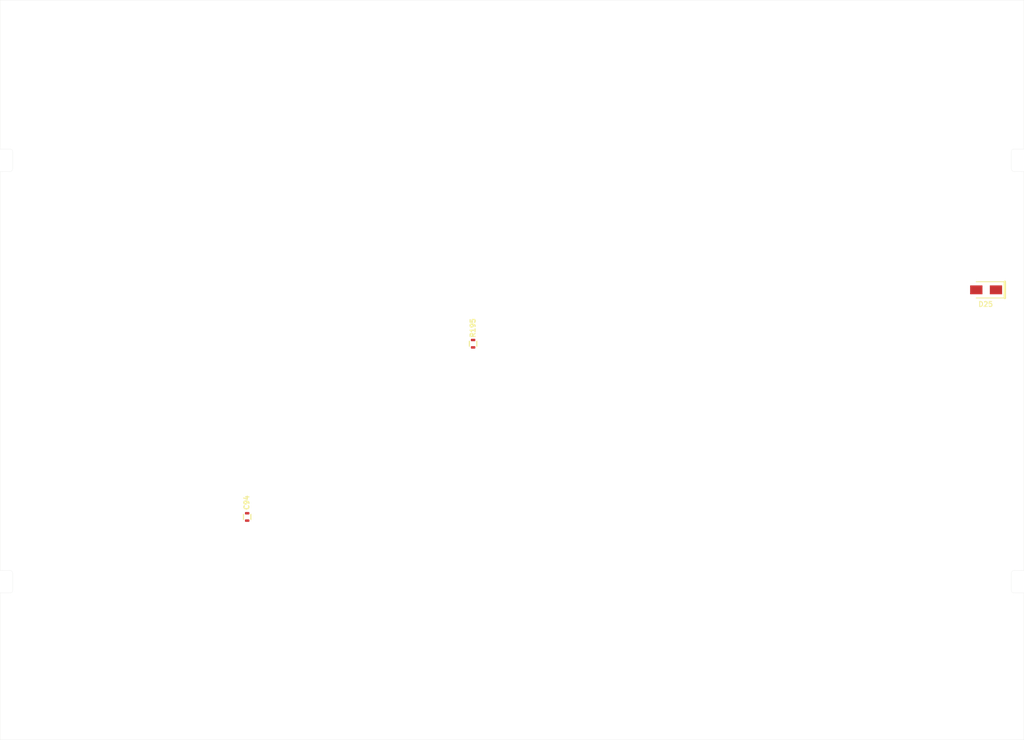
<source format=kicad_pcb>
(kicad_pcb (version 20171130) (host pcbnew "(5.0.0)")

  (general
    (thickness 1.6)
    (drawings 766)
    (tracks 0)
    (zones 0)
    (modules 3)
    (nets 6)
  )

  (page A4)
  (layers
    (0 F.Cu signal)
    (1 In1.Cu signal)
    (2 In2.Cu signal)
    (31 B.Cu signal)
    (32 B.Adhes user hide)
    (33 F.Adhes user hide)
    (34 B.Paste user hide)
    (35 F.Paste user hide)
    (36 B.SilkS user hide)
    (37 F.SilkS user)
    (38 B.Mask user hide)
    (39 F.Mask user hide)
    (40 Dwgs.User user hide)
    (41 Cmts.User user hide)
    (42 Eco1.User user hide)
    (43 Eco2.User user hide)
    (44 Edge.Cuts user)
    (45 Margin user hide)
    (46 B.CrtYd user hide)
    (47 F.CrtYd user hide)
    (48 B.Fab user hide)
    (49 F.Fab user hide)
  )

  (setup
    (last_trace_width 0.1778)
    (user_trace_width 0.1778)
    (user_trace_width 0.254)
    (user_trace_width 0.635)
    (user_trace_width 1.27)
    (user_trace_width 2.54)
    (trace_clearance 0.17145)
    (zone_clearance 0.381)
    (zone_45_only no)
    (trace_min 0.177546)
    (segment_width 0.2)
    (edge_width 0.2)
    (via_size 0.8)
    (via_drill 0.4)
    (via_min_size 0.4)
    (via_min_drill 0.3)
    (user_via 1.524 0.889)
    (uvia_size 0.3)
    (uvia_drill 0.1)
    (uvias_allowed no)
    (uvia_min_size 0.2)
    (uvia_min_drill 0.1)
    (pcb_text_width 0.3)
    (pcb_text_size 1.5 1.5)
    (mod_edge_width 0.15)
    (mod_text_size 1 1)
    (mod_text_width 0.15)
    (pad_size 7.2 7.2)
    (pad_drill 3.5)
    (pad_to_mask_clearance 0)
    (solder_mask_min_width 127)
    (aux_axis_origin 0 0)
    (visible_elements 7FFDFF7F)
    (pcbplotparams
      (layerselection 0x010fc_ffffffff)
      (usegerberextensions false)
      (usegerberattributes false)
      (usegerberadvancedattributes false)
      (creategerberjobfile false)
      (excludeedgelayer true)
      (linewidth 0.508000)
      (plotframeref false)
      (viasonmask false)
      (mode 1)
      (useauxorigin false)
      (hpglpennumber 1)
      (hpglpenspeed 20)
      (hpglpendiameter 15.000000)
      (psnegative false)
      (psa4output false)
      (plotreference true)
      (plotvalue true)
      (plotinvisibletext false)
      (padsonsilk false)
      (subtractmaskfromsilk false)
      (outputformat 1)
      (mirror false)
      (drillshape 0)
      (scaleselection 1)
      (outputdirectory "Plots/"))
  )

  (net 0 "")
  (net 1 GND)
  (net 2 /Channel_1/PWR-SWITCHED)
  (net 3 /Power/PWR-IN-1)
  (net 4 "Net-(J11-Pad12)")
  (net 5 LINK-ACT-1)

  (net_class Default "This is the default net class."
    (clearance 0.17145)
    (trace_width 0.1778)
    (via_dia 0.8)
    (via_drill 0.4)
    (uvia_dia 0.3)
    (uvia_drill 0.1)
    (add_net /Power/PWR-IN-1)
    (add_net GND)
    (add_net LINK-ACT-1)
    (add_net "Net-(J11-Pad12)")
  )

  (net_class AMP2 ""
    (clearance 0.17145)
    (trace_width 2.54)
    (via_dia 0.8)
    (via_drill 0.4)
    (uvia_dia 0.3)
    (uvia_drill 0.1)
    (add_net /Channel_1/PWR-SWITCHED)
  )

  (module Capacitors-SI:C_0603 (layer F.Cu) (tedit 5BC5FB65) (tstamp 5C2E5970)
    (at 65.913 119.392 90)
    (descr "Resistor SMD 0603")
    (tags "resistor 0603")
    (path /5BF364E5/5C02609B)
    (attr smd)
    (fp_text reference C94 (at 2.9076 -0.10668 90) (layer F.SilkS)
      (effects (font (size 1 1) (thickness 0.25)))
    )
    (fp_text value C0603_100nf_10%_X7R_100V_CS0603KRX7R0BB104 (at 0 1.5 90) (layer F.Fab) hide
      (effects (font (size 1 1) (thickness 0.15)))
    )
    (fp_line (start 1.25 0.7) (end -1.25 0.7) (layer F.CrtYd) (width 0.05))
    (fp_line (start 1.25 0.7) (end 1.25 -0.7) (layer F.CrtYd) (width 0.05))
    (fp_line (start -1.25 -0.7) (end -1.25 0.7) (layer F.CrtYd) (width 0.05))
    (fp_line (start -1.25 -0.7) (end 1.25 -0.7) (layer F.CrtYd) (width 0.05))
    (fp_line (start -0.5 -0.75) (end 0.5 -0.75) (layer F.SilkS) (width 0.25))
    (fp_line (start 0.5 0.75) (end -0.5 0.75) (layer F.SilkS) (width 0.25))
    (fp_line (start -1.2 -0.4) (end 1.2 -0.4) (layer F.Fab) (width 0.1))
    (fp_line (start 1.2 -0.4) (end 1.2 0.4) (layer F.Fab) (width 0.1))
    (fp_line (start 1.2 0.4) (end -1.2 0.4) (layer F.Fab) (width 0.1))
    (fp_line (start -1.2 0.4) (end -1.2 -0.4) (layer F.Fab) (width 0.1))
    (fp_text user %R (at 0 0 90) (layer F.Fab)
      (effects (font (size 0.4 0.4) (thickness 0.075)))
    )
    (pad 2 smd roundrect (at 0.75 0 90) (size 0.5 0.9) (layers F.Cu F.Paste F.Mask) (roundrect_rratio 0.25)
      (net 2 /Channel_1/PWR-SWITCHED))
    (pad 1 smd roundrect (at -0.75 0 90) (size 0.5 0.9) (layers F.Cu F.Paste F.Mask) (roundrect_rratio 0.25)
      (net 1 GND))
  )

  (module Diodes-SI:D_SMA (layer F.Cu) (tedit 5BE9BE92) (tstamp 5C2E51C2)
    (at 215.868 73.279 180)
    (descr "Diode SMA (DO-214AC)")
    (tags "Diode SMA (DO-214AC)")
    (path /5BE23CF7/5BECA9A8)
    (attr smd)
    (fp_text reference D25 (at 0.095 -2.921 180) (layer F.SilkS)
      (effects (font (size 1 1) (thickness 0.2032)))
    )
    (fp_text value D_TVS_33V_SMAJ33A-13-F (at 0 2.6 180) (layer F.Fab) hide
      (effects (font (size 1 1) (thickness 0.15)))
    )
    (fp_line (start -3.8 -1.65) (end 2 -1.65) (layer F.SilkS) (width 0.2))
    (fp_line (start -3.8 1.65) (end 2 1.65) (layer F.SilkS) (width 0.2))
    (fp_line (start -0.64944 0.00102) (end 0.50118 -0.79908) (layer F.Fab) (width 0.1))
    (fp_line (start -0.64944 0.00102) (end 0.50118 0.75032) (layer F.Fab) (width 0.1))
    (fp_line (start 0.50118 0.75032) (end 0.50118 -0.79908) (layer F.Fab) (width 0.1))
    (fp_line (start -0.64944 -0.79908) (end -0.64944 0.80112) (layer F.Fab) (width 0.1))
    (fp_line (start 0.50118 0.00102) (end 1.4994 0.00102) (layer F.Fab) (width 0.1))
    (fp_line (start -0.64944 0.00102) (end -1.55114 0.00102) (layer F.Fab) (width 0.1))
    (fp_line (start -4.191 1.75) (end -4.191 -1.75) (layer F.CrtYd) (width 0.05))
    (fp_line (start 3.5 1.75) (end -4.191 1.75) (layer F.CrtYd) (width 0.05))
    (fp_line (start 3.5 -1.75) (end 3.5 1.75) (layer F.CrtYd) (width 0.05))
    (fp_line (start -4.191 -1.75) (end 3.5 -1.75) (layer F.CrtYd) (width 0.05))
    (fp_line (start 2.3 -1.5) (end -2.3 -1.5) (layer F.Fab) (width 0.1))
    (fp_line (start 2.3 -1.5) (end 2.3 1.5) (layer F.Fab) (width 0.1))
    (fp_line (start -2.3 1.5) (end -2.3 -1.5) (layer F.Fab) (width 0.1))
    (fp_line (start 2.3 1.5) (end -2.3 1.5) (layer F.Fab) (width 0.1))
    (fp_line (start -3.8 -1.65) (end -3.8 1.65) (layer F.SilkS) (width 0.5))
    (fp_text user %R (at 0 -2.5 180) (layer F.Fab)
      (effects (font (size 1 1) (thickness 0.15)))
    )
    (pad 2 smd rect (at 2 0 180) (size 2.5 1.8) (layers F.Cu F.Paste F.Mask)
      (net 1 GND))
    (pad 1 smd rect (at -2 0 180) (size 2.5 1.8) (layers F.Cu F.Paste F.Mask)
      (net 3 /Power/PWR-IN-1))
    (model ${KISYS3DMOD}/Diode_SMD.3dshapes/D_SMA.wrl
      (at (xyz 0 0 0))
      (scale (xyz 1 1 1))
      (rotate (xyz 0 0 0))
    )
  )

  (module Resistors-SI:R_0603 (layer F.Cu) (tedit 5BC5FB65) (tstamp 5C2D4531)
    (at 111.76 84.213 90)
    (descr "Resistor SMD 0603")
    (tags "resistor 0603")
    (path /5BF364E5/5C026121)
    (attr smd)
    (fp_text reference R195 (at 3.1884 -0.0508 90) (layer F.SilkS)
      (effects (font (size 1 1) (thickness 0.25)))
    )
    (fp_text value R0603_3K01_1%_0W1_ERJ-3EKF3011V (at 0 1.5 90) (layer F.Fab) hide
      (effects (font (size 1 1) (thickness 0.15)))
    )
    (fp_line (start 1.25 0.7) (end -1.25 0.7) (layer F.CrtYd) (width 0.05))
    (fp_line (start 1.25 0.7) (end 1.25 -0.7) (layer F.CrtYd) (width 0.05))
    (fp_line (start -1.25 -0.7) (end -1.25 0.7) (layer F.CrtYd) (width 0.05))
    (fp_line (start -1.25 -0.7) (end 1.25 -0.7) (layer F.CrtYd) (width 0.05))
    (fp_line (start -0.5 -0.75) (end 0.5 -0.75) (layer F.SilkS) (width 0.25))
    (fp_line (start 0.5 0.75) (end -0.5 0.75) (layer F.SilkS) (width 0.25))
    (fp_line (start -1.2 -0.4) (end 1.2 -0.4) (layer F.Fab) (width 0.1))
    (fp_line (start 1.2 -0.4) (end 1.2 0.4) (layer F.Fab) (width 0.1))
    (fp_line (start 1.2 0.4) (end -1.2 0.4) (layer F.Fab) (width 0.1))
    (fp_line (start -1.2 0.4) (end -1.2 -0.4) (layer F.Fab) (width 0.1))
    (fp_text user %R (at 0 0 90) (layer F.Fab)
      (effects (font (size 0.4 0.4) (thickness 0.075)))
    )
    (pad 2 smd roundrect (at 0.75 0 90) (size 0.5 0.9) (layers F.Cu F.Paste F.Mask) (roundrect_rratio 0.25)
      (net 5 LINK-ACT-1))
    (pad 1 smd roundrect (at -0.75 0 90) (size 0.5 0.9) (layers F.Cu F.Paste F.Mask) (roundrect_rratio 0.25)
      (net 4 "Net-(J11-Pad12)"))
  )

  (gr_line (start 121.4313 84.48675) (end 123.4313 84.48675) (layer Cmts.User) (width 0.0254))
  (gr_line (start 131.5913 83.23675) (end 131.5913 84.48675) (layer Cmts.User) (width 0.0254))
  (gr_line (start 128.5113 84.48675) (end 128.5113 83.23675) (layer Cmts.User) (width 0.0254))
  (gr_line (start 126.5113 83.23675) (end 126.5113 84.48675) (layer Cmts.User) (width 0.0254))
  (gr_line (start 123.4313 84.48675) (end 123.4313 83.23675) (layer Cmts.User) (width 0.0254))
  (gr_line (start 108.1913 83.23675) (end 106.1913 83.23675) (layer Cmts.User) (width 0.0254))
  (gr_line (start 118.3513 84.48675) (end 118.3513 83.23675) (layer Cmts.User) (width 0.0254))
  (gr_line (start 116.3513 83.23675) (end 116.3513 84.48675) (layer Cmts.User) (width 0.0254))
  (gr_line (start 106.1913 83.23675) (end 106.1913 84.48675) (layer Cmts.User) (width 0.0254))
  (gr_line (start 108.1913 84.48675) (end 108.1913 83.23675) (layer Cmts.User) (width 0.0254))
  (gr_line (start 96.0313 84.48675) (end 98.0313 84.48675) (layer Cmts.User) (width 0.0254))
  (gr_line (start 133.5913 84.48675) (end 133.5913 83.23675) (layer Cmts.User) (width 0.0254))
  (gr_line (start 143.7513 87.02675) (end 143.7513 85.77675) (layer Cmts.User) (width 0.0254))
  (gr_line (start 141.7513 85.77675) (end 141.7513 87.02675) (layer Cmts.User) (width 0.0254))
  (gr_line (start 96.0313 83.23675) (end 96.0313 84.48675) (layer Cmts.User) (width 0.0254))
  (gr_line (start 126.5113 84.48675) (end 128.5113 84.48675) (layer Cmts.User) (width 0.0254))
  (gr_line (start 123.4313 83.23675) (end 121.4313 83.23675) (layer Cmts.User) (width 0.0254))
  (gr_line (start 136.6713 87.02675) (end 138.6713 87.02675) (layer Cmts.User) (width 0.0254))
  (gr_line (start 118.3513 83.23675) (end 116.3513 83.23675) (layer Cmts.User) (width 0.0254))
  (gr_line (start 103.1113 84.48675) (end 103.1113 83.23675) (layer Cmts.User) (width 0.0254))
  (gr_line (start 98.0313 84.48675) (end 98.0313 83.23675) (layer Cmts.User) (width 0.0254))
  (gr_line (start 98.0313 83.23675) (end 96.0313 83.23675) (layer Cmts.User) (width 0.0254))
  (gr_line (start 141.7513 84.48675) (end 143.7513 84.48675) (layer Cmts.User) (width 0.0254))
  (gr_line (start 116.3513 84.48675) (end 118.3513 84.48675) (layer Cmts.User) (width 0.0254))
  (gr_line (start 143.7513 84.48675) (end 143.7513 83.23675) (layer Cmts.User) (width 0.0254))
  (gr_line (start 143.7513 83.23675) (end 141.7513 83.23675) (layer Cmts.User) (width 0.0254))
  (gr_line (start 143.7513 85.77675) (end 141.7513 85.77675) (layer Cmts.User) (width 0.0254))
  (gr_line (start 141.7513 83.23675) (end 141.7513 84.48675) (layer Cmts.User) (width 0.0254))
  (gr_line (start 136.6713 84.48675) (end 138.6713 84.48675) (layer Cmts.User) (width 0.0254))
  (gr_line (start 133.5913 83.23675) (end 131.5913 83.23675) (layer Cmts.User) (width 0.0254))
  (gr_line (start 138.6713 84.48675) (end 138.6713 83.23675) (layer Cmts.User) (width 0.0254))
  (gr_line (start 121.4313 83.23675) (end 121.4313 84.48675) (layer Cmts.User) (width 0.0254))
  (gr_line (start 111.2713 84.48675) (end 113.2713 84.48675) (layer Cmts.User) (width 0.0254))
  (gr_line (start 141.7513 87.02675) (end 143.7513 87.02675) (layer Cmts.User) (width 0.0254))
  (gr_line (start 101.1113 84.48675) (end 103.1113 84.48675) (layer Cmts.User) (width 0.0254))
  (gr_line (start 136.6713 83.23675) (end 136.6713 84.48675) (layer Cmts.User) (width 0.0254))
  (gr_line (start 128.5113 83.23675) (end 126.5113 83.23675) (layer Cmts.User) (width 0.0254))
  (gr_line (start 113.2713 83.23675) (end 111.2713 83.23675) (layer Cmts.User) (width 0.0254))
  (gr_line (start 138.6713 83.23675) (end 136.6713 83.23675) (layer Cmts.User) (width 0.0254))
  (gr_line (start 113.2713 84.48675) (end 113.2713 83.23675) (layer Cmts.User) (width 0.0254))
  (gr_line (start 131.5913 84.48675) (end 133.5913 84.48675) (layer Cmts.User) (width 0.0254))
  (gr_line (start 101.1113 83.23675) (end 101.1113 84.48675) (layer Cmts.User) (width 0.0254))
  (gr_line (start 111.2713 83.23675) (end 111.2713 84.48675) (layer Cmts.User) (width 0.0254))
  (gr_line (start 106.1913 84.48675) (end 108.1913 84.48675) (layer Cmts.User) (width 0.0254))
  (gr_line (start 103.1113 83.23675) (end 101.1113 83.23675) (layer Cmts.User) (width 0.0254))
  (gr_circle (center 214.9287 152.73655) (end 215.8304 152.73655) (layer Cmts.User) (width 0.0254))
  (gr_circle (center 202.3557 31.85795) (end 203.2574 31.85795) (layer Cmts.User) (width 0.0254))
  (gr_circle (center 210.7377 26.34615) (end 211.6394 26.34615) (layer Cmts.User) (width 0.0254))
  (gr_circle (center 219.1197 160.02635) (end 220.6183 160.02635) (layer Cmts.User) (width 0.0254))
  (gr_circle (center 192.4497 144.20215) (end 192.8942 144.20215) (layer Cmts.User) (width 0.0254))
  (gr_circle (center 189.9097 144.20215) (end 190.3542 144.20215) (layer Cmts.User) (width 0.0254))
  (gr_circle (center 194.8627 157.02915) (end 195.3072 157.02915) (layer Cmts.User) (width 0.0254))
  (gr_circle (center 194.8627 140.26515) (end 195.3072 140.26515) (layer Cmts.User) (width 0.0254))
  (gr_circle (center 182.4167 145.72615) (end 183.2041 145.72615) (layer Cmts.User) (width 0.0254))
  (gr_circle (center 206.5467 31.85795) (end 207.4484 31.85795) (layer Cmts.User) (width 0.0254))
  (gr_circle (center 198.6727 145.72615) (end 199.4601 145.72615) (layer Cmts.User) (width 0.0254))
  (gr_circle (center 183.6867 157.02915) (end 184.1312 157.02915) (layer Cmts.User) (width 0.0254))
  (gr_circle (center 191.1797 152.96515) (end 191.6242 152.96515) (layer Cmts.User) (width 0.0254))
  (gr_circle (center 188.6397 152.96515) (end 189.0842 152.96515) (layer Cmts.User) (width 0.0254))
  (gr_circle (center 214.9287 26.34615) (end 215.8304 26.34615) (layer Cmts.User) (width 0.0254))
  (gr_circle (center 198.6727 154.10815) (end 199.4601 154.10815) (layer Cmts.User) (width 0.0254))
  (gr_circle (center 191.1797 146.74215) (end 191.6242 146.74215) (layer Cmts.User) (width 0.0254))
  (gr_circle (center 189.9097 150.42515) (end 190.3542 150.42515) (layer Cmts.User) (width 0.0254))
  (gr_circle (center 206.5467 147.22475) (end 207.4484 147.22475) (layer Cmts.User) (width 0.0254))
  (gr_circle (center 214.9287 31.85795) (end 215.8304 31.85795) (layer Cmts.User) (width 0.0254))
  (gr_circle (center 202.3557 26.34615) (end 203.2574 26.34615) (layer Cmts.User) (width 0.0254))
  (gr_circle (center 186.0997 152.96515) (end 186.5442 152.96515) (layer Cmts.User) (width 0.0254))
  (gr_circle (center 188.6397 146.74215) (end 189.0842 146.74215) (layer Cmts.User) (width 0.0254))
  (gr_circle (center 192.4497 150.42515) (end 192.8942 150.42515) (layer Cmts.User) (width 0.0254))
  (gr_circle (center 206.5467 26.34615) (end 207.4484 26.34615) (layer Cmts.User) (width 0.0254))
  (gr_circle (center 196.8947 161.22015) (end 198.5203 161.22015) (layer Cmts.User) (width 0.0254))
  (gr_circle (center 202.3557 152.73655) (end 203.2574 152.73655) (layer Cmts.User) (width 0.0254))
  (gr_circle (center 193.7197 152.96515) (end 194.1642 152.96515) (layer Cmts.User) (width 0.0254))
  (gr_circle (center 187.3697 150.42515) (end 187.8142 150.42515) (layer Cmts.User) (width 0.0254))
  (gr_circle (center 210.7377 147.22475) (end 211.6394 147.22475) (layer Cmts.User) (width 0.0254))
  (gr_circle (center 202.3557 19.05635) (end 203.8543 19.05635) (layer Cmts.User) (width 0.0254))
  (gr_circle (center 206.5467 152.73655) (end 207.4484 152.73655) (layer Cmts.User) (width 0.0254))
  (gr_circle (center 182.4167 154.10815) (end 183.2041 154.10815) (layer Cmts.User) (width 0.0254))
  (gr_circle (center 219.1197 147.22475) (end 220.0214 147.22475) (layer Cmts.User) (width 0.0254))
  (gr_circle (center 219.1197 152.73655) (end 220.0214 152.73655) (layer Cmts.User) (width 0.0254))
  (gr_circle (center 214.9287 147.22475) (end 215.8304 147.22475) (layer Cmts.User) (width 0.0254))
  (gr_circle (center 194.9897 150.42515) (end 195.4342 150.42515) (layer Cmts.User) (width 0.0254))
  (gr_circle (center 219.1197 31.85795) (end 220.0214 31.85795) (layer Cmts.User) (width 0.0254))
  (gr_circle (center 197.4027 157.02915) (end 197.8472 157.02915) (layer Cmts.User) (width 0.0254))
  (gr_circle (center 186.0997 146.74215) (end 186.5442 146.74215) (layer Cmts.User) (width 0.0254))
  (gr_circle (center 219.1197 26.34615) (end 220.0214 26.34615) (layer Cmts.User) (width 0.0254))
  (gr_circle (center 210.7377 152.73655) (end 211.6394 152.73655) (layer Cmts.User) (width 0.0254))
  (gr_circle (center 186.2267 157.02915) (end 186.6712 157.02915) (layer Cmts.User) (width 0.0254))
  (gr_circle (center 202.3557 160.02635) (end 203.8543 160.02635) (layer Cmts.User) (width 0.0254))
  (gr_circle (center 202.3557 147.22475) (end 203.2574 147.22475) (layer Cmts.User) (width 0.0254))
  (gr_circle (center 219.1197 19.05635) (end 220.6183 19.05635) (layer Cmts.User) (width 0.0254))
  (gr_circle (center 183.6867 39.32555) (end 184.1312 39.32555) (layer Cmts.User) (width 0.0254))
  (gr_circle (center 23.4381 20.42795) (end 24.0381 20.42795) (layer Cmts.User) (width 0.0254))
  (gr_circle (center 187.3697 32.84855) (end 187.8142 32.84855) (layer Cmts.User) (width 0.0254))
  (gr_circle (center 191.1797 29.16555) (end 191.6242 29.16555) (layer Cmts.User) (width 0.0254))
  (gr_circle (center 193.7197 35.38855) (end 194.1642 35.38855) (layer Cmts.User) (width 0.0254))
  (gr_circle (center 184.1947 18.37055) (end 185.8203 18.37055) (layer Cmts.User) (width 0.0254))
  (gr_circle (center 51.6321 20.42795) (end 52.2321 20.42795) (layer Cmts.User) (width 0.0254))
  (gr_circle (center 186.2267 39.32555) (end 186.6712 39.32555) (layer Cmts.User) (width 0.0254))
  (gr_circle (center 194.8627 22.56155) (end 195.3072 22.56155) (layer Cmts.User) (width 0.0254))
  (gr_circle (center 188.6397 29.16555) (end 189.0842 29.16555) (layer Cmts.User) (width 0.0254))
  (gr_circle (center 98.3173 143.05915) (end 100.0173 143.05915) (layer Cmts.User) (width 0.0254))
  (gr_circle (center 189.9097 26.62555) (end 190.3542 26.62555) (layer Cmts.User) (width 0.0254))
  (gr_circle (center 192.4497 32.84855) (end 192.8942 32.84855) (layer Cmts.User) (width 0.0254))
  (gr_circle (center 161.8173 28.75915) (end 163.5173 28.75915) (layer Cmts.User) (width 0.0254))
  (gr_circle (center 98.3173 28.75915) (end 100.0173 28.75915) (layer Cmts.User) (width 0.0254))
  (gr_circle (center 19.6281 20.42795) (end 20.2281 20.42795) (layer Cmts.User) (width 0.0254))
  (gr_circle (center 40.2021 20.42795) (end 40.8021 20.42795) (layer Cmts.User) (width 0.0254))
  (gr_circle (center 189.9097 32.84855) (end 190.3542 32.84855) (layer Cmts.User) (width 0.0254))
  (gr_circle (center 34.8173 28.75915) (end 36.5173 28.75915) (layer Cmts.User) (width 0.0254))
  (gr_circle (center 194.8627 39.32555) (end 195.3072 39.32555) (layer Cmts.User) (width 0.0254))
  (gr_circle (center 210.7377 31.85795) (end 211.6394 31.85795) (layer Cmts.User) (width 0.0254))
  (gr_circle (center 196.8947 18.37055) (end 198.5203 18.37055) (layer Cmts.User) (width 0.0254))
  (gr_circle (center 186.0997 35.38855) (end 186.5442 35.38855) (layer Cmts.User) (width 0.0254))
  (gr_circle (center 186.2267 22.56155) (end 186.6712 22.56155) (layer Cmts.User) (width 0.0254))
  (gr_circle (center 197.4027 39.32555) (end 197.8472 39.32555) (layer Cmts.User) (width 0.0254))
  (gr_circle (center 191.1797 35.38855) (end 191.6242 35.38855) (layer Cmts.User) (width 0.0254))
  (gr_circle (center 182.4167 33.86455) (end 183.2041 33.86455) (layer Cmts.User) (width 0.0254))
  (gr_circle (center 194.9897 26.62555) (end 195.4342 26.62555) (layer Cmts.User) (width 0.0254))
  (gr_circle (center 44.0121 20.42795) (end 44.6121 20.42795) (layer Cmts.User) (width 0.0254))
  (gr_circle (center 192.4497 26.62555) (end 192.8942 26.62555) (layer Cmts.User) (width 0.0254))
  (gr_circle (center 182.4167 25.48255) (end 183.2041 25.48255) (layer Cmts.User) (width 0.0254))
  (gr_circle (center 193.7197 29.16555) (end 194.1642 29.16555) (layer Cmts.User) (width 0.0254))
  (gr_circle (center 47.8221 20.42795) (end 48.4221 20.42795) (layer Cmts.User) (width 0.0254))
  (gr_circle (center 188.6397 35.38855) (end 189.0842 35.38855) (layer Cmts.User) (width 0.0254))
  (gr_circle (center 183.6867 22.56155) (end 184.1312 22.56155) (layer Cmts.User) (width 0.0254))
  (gr_circle (center 187.3697 26.62555) (end 187.8142 26.62555) (layer Cmts.User) (width 0.0254))
  (gr_circle (center 27.2481 20.42795) (end 27.8481 20.42795) (layer Cmts.User) (width 0.0254))
  (gr_circle (center 197.4027 22.56155) (end 197.8472 22.56155) (layer Cmts.User) (width 0.0254))
  (gr_circle (center 198.6727 33.86455) (end 199.4601 33.86455) (layer Cmts.User) (width 0.0254))
  (gr_circle (center 186.0997 29.16555) (end 186.5442 29.16555) (layer Cmts.User) (width 0.0254))
  (gr_circle (center 34.8681 20.42795) (end 35.4681 20.42795) (layer Cmts.User) (width 0.0254))
  (gr_circle (center 198.6727 25.48255) (end 199.4601 25.48255) (layer Cmts.User) (width 0.0254))
  (gr_circle (center 194.9897 32.84855) (end 195.4342 32.84855) (layer Cmts.User) (width 0.0254))
  (gr_circle (center 55.4421 20.42795) (end 56.0421 20.42795) (layer Cmts.User) (width 0.0254))
  (gr_circle (center 31.0581 20.42795) (end 31.6581 20.42795) (layer Cmts.User) (width 0.0254))
  (gr_circle (center 161.8173 143.05915) (end 163.5173 143.05915) (layer Cmts.User) (width 0.0254))
  (gr_line (start 16.785261 144.4625) (end 17.404898 145.082138) (layer Cmts.User) (width 0.0254))
  (gr_line (start 17.2593 142.1765) (end 15.7673 142.1765) (layer Cmts.User) (width 0.0254))
  (gr_line (start 16.147662 143.824902) (end 16.7673 144.444539) (layer Cmts.User) (width 0.0254))
  (gr_line (start 16.749339 144.4625) (end 16.129702 145.082138) (layer Cmts.User) (width 0.0254))
  (gr_line (start 16.147662 143.824902) (end 16.129702 143.842862) (layer Cmts.User) (width 0.0254))
  (gr_line (start 17.404898 143.842862) (end 17.386938 143.824902) (layer Cmts.User) (width 0.0254))
  (gr_line (start 15.7673 134.84225) (end 15.7673 164.64915) (layer Edge.Cuts) (width 0.0254))
  (gr_arc (start 17.2593 142.6845) (end 17.7673 142.6845) (angle -90) (layer Cmts.User) (width 0.0254))
  (gr_line (start 16.7673 35.046739) (end 16.147662 34.427102) (layer Cmts.User) (width 0.0254))
  (gr_line (start 17.404898 35.684338) (end 16.785261 35.0647) (layer Cmts.User) (width 0.0254))
  (gr_line (start 17.386938 143.824902) (end 16.7673 144.444539) (layer Cmts.User) (width 0.0254))
  (gr_line (start 17.404898 35.684338) (end 17.386938 35.702298) (layer Cmts.User) (width 0.0254))
  (gr_line (start 16.147662 35.702298) (end 16.7673 35.082661) (layer Cmts.User) (width 0.0254))
  (gr_line (start 221.901702 143.842862) (end 222.521339 144.4625) (layer Cmts.User) (width 0.0254))
  (gr_line (start 221.901702 143.842862) (end 221.919662 143.824902) (layer Cmts.User) (width 0.0254))
  (gr_line (start 17.404898 143.842862) (end 16.785261 144.4625) (layer Cmts.User) (width 0.0254))
  (gr_line (start 17.404898 34.445062) (end 17.386938 34.427102) (layer Cmts.User) (width 0.0254))
  (gr_line (start 16.785261 35.0647) (end 17.404898 34.445062) (layer Cmts.User) (width 0.0254))
  (gr_line (start 16.147662 145.100098) (end 16.129702 145.082138) (layer Cmts.User) (width 0.0254))
  (gr_line (start 17.7673 142.6845) (end 17.7673 146.2405) (layer Cmts.User) (width 0.0254))
  (gr_line (start 17.386938 35.702298) (end 16.7673 35.082661) (layer Cmts.User) (width 0.0254))
  (gr_line (start 16.129702 143.842862) (end 16.749339 144.4625) (layer Cmts.User) (width 0.0254))
  (gr_line (start 16.7673 144.480461) (end 17.386938 145.100098) (layer Cmts.User) (width 0.0254))
  (gr_line (start 16.7673 144.480461) (end 16.147662 145.100098) (layer Cmts.User) (width 0.0254))
  (gr_line (start 16.7673 35.046739) (end 17.386938 34.427102) (layer Cmts.User) (width 0.0254))
  (gr_arc (start 17.2593 146.2405) (end 17.2593 146.7485) (angle -90) (layer Cmts.User) (width 0.0254))
  (gr_line (start 17.404898 145.082138) (end 17.386938 145.100098) (layer Cmts.User) (width 0.0254))
  (gr_line (start 17.2593 146.7485) (end 15.7673 146.7485) (layer Cmts.User) (width 0.0254))
  (gr_line (start 221.5073 49.24425) (end 223.5393 49.24425) (layer Edge.Cuts) (width 0.0254))
  (gr_line (start 221.5647 36.8427) (end 221.5647 33.2867) (layer Cmts.User) (width 0.0254))
  (gr_line (start 223.5139 142.2019) (end 223.5139 146.7231) (layer Cmts.User) (width 0.0254))
  (gr_line (start 222.5393 35.046739) (end 221.919662 34.427102) (layer Cmts.User) (width 0.0254))
  (gr_line (start 223.158938 34.427102) (end 223.176898 34.445062) (layer Cmts.User) (width 0.0254))
  (gr_line (start 222.0473 37.3253) (end 223.5139 37.3253) (layer Cmts.User) (width 0.0254))
  (gr_line (start 221.901702 35.684338) (end 222.521339 35.0647) (layer Cmts.User) (width 0.0254))
  (gr_line (start 223.176898 143.842862) (end 222.557261 144.4625) (layer Cmts.User) (width 0.0254))
  (gr_line (start 222.5393 144.480461) (end 221.919662 145.100098) (layer Cmts.User) (width 0.0254))
  (gr_line (start 222.521339 144.4625) (end 221.901702 145.082138) (layer Cmts.User) (width 0.0254))
  (gr_line (start 223.158938 145.100098) (end 223.176898 145.082138) (layer Cmts.User) (width 0.0254))
  (gr_circle (center 34.8173 143.05915) (end 36.5173 143.05915) (layer Cmts.User) (width 0.0254))
  (gr_circle (center 210.8393 46.18355) (end 212.5393 46.18355) (layer Cmts.User) (width 0.0254))
  (gr_line (start 221.919662 35.702298) (end 222.5393 35.082661) (layer Cmts.User) (width 0.0254))
  (gr_circle (center 210.8393 132.89915) (end 212.5393 132.89915) (layer Cmts.User) (width 0.0254))
  (gr_line (start 15.7673 49.24425) (end 15.7673 130.27025) (layer Edge.Cuts) (width 0.0254))
  (gr_line (start 220.9993 130.77825) (end 220.9993 134.33425) (layer Edge.Cuts) (width 0.0254))
  (gr_line (start 18.3073 134.33425) (end 18.3073 130.77825) (layer Edge.Cuts) (width 0.0254))
  (gr_line (start 223.5139 37.3253) (end 223.5139 32.8041) (layer Cmts.User) (width 0.0254))
  (gr_line (start 222.557261 35.0647) (end 223.176898 34.445062) (layer Cmts.User) (width 0.0254))
  (gr_arc (start 222.0473 142.6845) (end 222.0473 142.2019) (angle -90) (layer Cmts.User) (width 0.0254))
  (gr_arc (start 222.0473 36.8427) (end 221.5647 36.8427) (angle -90) (layer Cmts.User) (width 0.0254))
  (gr_line (start 223.158938 143.824902) (end 223.176898 143.842862) (layer Cmts.User) (width 0.0254))
  (gr_line (start 15.7673 49.24425) (end 17.7993 49.24425) (layer Edge.Cuts) (width 0.0254))
  (gr_line (start 223.158938 35.702298) (end 223.176898 35.684338) (layer Cmts.User) (width 0.0254))
  (gr_line (start 15.7673 134.84225) (end 17.7993 134.84225) (layer Edge.Cuts) (width 0.0254))
  (gr_line (start 15.7673 14.43355) (end 15.7673 44.67225) (layer Edge.Cuts) (width 0.0254))
  (gr_line (start 223.5393 130.27025) (end 221.5073 130.27025) (layer Edge.Cuts) (width 0.0254))
  (gr_arc (start 17.7993 48.73625) (end 17.7993 49.24425) (angle -90) (layer Edge.Cuts) (width 0.0254))
  (gr_line (start 18.3073 48.73625) (end 18.3073 45.18025) (layer Edge.Cuts) (width 0.0254))
  (gr_arc (start 17.7993 45.18025) (end 18.3073 45.18025) (angle -90) (layer Edge.Cuts) (width 0.0254))
  (gr_line (start 17.7993 44.67225) (end 15.7673 44.67225) (layer Edge.Cuts) (width 0.0254))
  (gr_line (start 223.5393 14.43355) (end 15.7673 14.43355) (layer Edge.Cuts) (width 0.0254))
  (gr_line (start 222.521339 35.0647) (end 221.901702 34.445062) (layer Cmts.User) (width 0.0254))
  (gr_line (start 223.5393 44.67225) (end 223.5393 14.43355) (layer Edge.Cuts) (width 0.0254))
  (gr_line (start 223.5393 44.67225) (end 221.5073 44.67225) (layer Edge.Cuts) (width 0.0254))
  (gr_line (start 221.901702 145.082138) (end 221.919662 145.100098) (layer Cmts.User) (width 0.0254))
  (gr_arc (start 221.5073 45.18025) (end 221.5073 44.67225) (angle -90) (layer Edge.Cuts) (width 0.0254))
  (gr_line (start 222.5393 35.046739) (end 223.158938 34.427102) (layer Cmts.User) (width 0.0254))
  (gr_line (start 223.5393 130.27025) (end 223.5393 49.24425) (layer Edge.Cuts) (width 0.0254))
  (gr_arc (start 221.5073 134.33425) (end 220.9993 134.33425) (angle -90) (layer Edge.Cuts) (width 0.0254))
  (gr_line (start 221.5073 134.84225) (end 223.5393 134.84225) (layer Edge.Cuts) (width 0.0254))
  (gr_line (start 17.7993 130.27025) (end 15.7673 130.27025) (layer Cmts.User) (width 0.0254))
  (gr_arc (start 222.0473 33.2867) (end 222.0473 32.8041) (angle -90) (layer Cmts.User) (width 0.0254))
  (gr_arc (start 221.5073 130.77825) (end 221.5073 130.27025) (angle -90) (layer Edge.Cuts) (width 0.0254))
  (gr_line (start 223.5393 164.64915) (end 223.5393 134.84225) (layer Edge.Cuts) (width 0.0254))
  (gr_line (start 15.7673 164.64915) (end 223.5393 164.64915) (layer Edge.Cuts) (width 0.0254))
  (gr_line (start 222.5393 144.480461) (end 223.158938 145.100098) (layer Cmts.User) (width 0.0254))
  (gr_line (start 222.0473 32.8041) (end 223.5139 32.8041) (layer Cmts.User) (width 0.0254))
  (gr_line (start 223.176898 35.684338) (end 222.557261 35.0647) (layer Cmts.User) (width 0.0254))
  (gr_line (start 222.557261 144.4625) (end 223.176898 145.082138) (layer Cmts.User) (width 0.0254))
  (gr_line (start 221.901702 35.684338) (end 221.919662 35.702298) (layer Cmts.User) (width 0.0254))
  (gr_line (start 221.901702 34.445062) (end 221.919662 34.427102) (layer Cmts.User) (width 0.0254))
  (gr_arc (start 17.7993 134.33425) (end 17.7993 134.84225) (angle -90) (layer Edge.Cuts) (width 0.0254))
  (gr_arc (start 17.7993 130.77825) (end 18.3073 130.77825) (angle -90) (layer Edge.Cuts) (width 0.0254))
  (gr_line (start 222.0473 142.2019) (end 223.5139 142.2019) (layer Cmts.User) (width 0.0254))
  (gr_line (start 221.5647 142.6845) (end 221.5647 146.2405) (layer Cmts.User) (width 0.0254))
  (gr_line (start 222.0473 146.7231) (end 223.5139 146.7231) (layer Cmts.User) (width 0.0254))
  (gr_line (start 220.9993 45.18025) (end 220.9993 48.73625) (layer Edge.Cuts) (width 0.0254))
  (gr_line (start 223.158938 35.702298) (end 222.5393 35.082661) (layer Cmts.User) (width 0.0254))
  (gr_line (start 223.158938 143.824902) (end 222.5393 144.444539) (layer Cmts.User) (width 0.0254))
  (gr_line (start 221.919662 143.824902) (end 222.5393 144.444539) (layer Cmts.User) (width 0.0254))
  (gr_arc (start 222.0473 146.2405) (end 221.5647 146.2405) (angle -90) (layer Cmts.User) (width 0.0254))
  (gr_arc (start 221.5073 48.73625) (end 220.9993 48.73625) (angle -90) (layer Edge.Cuts) (width 0.0254))
  (gr_line (start 123.4313 85.77675) (end 121.4313 85.77675) (layer Cmts.User) (width 0.0254))
  (gr_line (start 113.2713 85.77675) (end 111.2713 85.77675) (layer Cmts.User) (width 0.0254))
  (gr_line (start 101.1113 87.02675) (end 103.1113 87.02675) (layer Cmts.User) (width 0.0254))
  (gr_line (start 121.4313 85.77675) (end 121.4313 87.02675) (layer Cmts.User) (width 0.0254))
  (gr_line (start 121.4313 87.02675) (end 123.4313 87.02675) (layer Cmts.User) (width 0.0254))
  (gr_line (start 108.1913 85.77675) (end 106.1913 85.77675) (layer Cmts.User) (width 0.0254))
  (gr_line (start 111.2713 85.77675) (end 111.2713 87.02675) (layer Cmts.User) (width 0.0254))
  (gr_line (start 126.5113 87.02675) (end 128.5113 87.02675) (layer Cmts.User) (width 0.0254))
  (gr_line (start 106.1913 85.77675) (end 106.1913 87.02675) (layer Cmts.User) (width 0.0254))
  (gr_line (start 123.4313 87.02675) (end 123.4313 85.77675) (layer Cmts.User) (width 0.0254))
  (gr_line (start 116.3513 85.77675) (end 116.3513 87.02675) (layer Cmts.User) (width 0.0254))
  (gr_line (start 113.2713 87.02675) (end 113.2713 85.77675) (layer Cmts.User) (width 0.0254))
  (gr_line (start 118.3513 85.77675) (end 116.3513 85.77675) (layer Cmts.User) (width 0.0254))
  (gr_line (start 138.6713 87.02675) (end 138.6713 85.77675) (layer Cmts.User) (width 0.0254))
  (gr_line (start 138.6713 85.77675) (end 136.6713 85.77675) (layer Cmts.User) (width 0.0254))
  (gr_line (start 136.6713 85.77675) (end 136.6713 87.02675) (layer Cmts.User) (width 0.0254))
  (gr_line (start 131.5913 87.02675) (end 133.5913 87.02675) (layer Cmts.User) (width 0.0254))
  (gr_line (start 133.5913 87.02675) (end 133.5913 85.77675) (layer Cmts.User) (width 0.0254))
  (gr_line (start 128.5113 85.77675) (end 126.5113 85.77675) (layer Cmts.User) (width 0.0254))
  (gr_line (start 116.3513 87.02675) (end 118.3513 87.02675) (layer Cmts.User) (width 0.0254))
  (gr_line (start 118.3513 87.02675) (end 118.3513 85.77675) (layer Cmts.User) (width 0.0254))
  (gr_line (start 106.1913 87.02675) (end 108.1913 87.02675) (layer Cmts.User) (width 0.0254))
  (gr_line (start 133.5913 85.77675) (end 131.5913 85.77675) (layer Cmts.User) (width 0.0254))
  (gr_line (start 131.5913 85.77675) (end 131.5913 87.02675) (layer Cmts.User) (width 0.0254))
  (gr_line (start 126.5113 85.77675) (end 126.5113 87.02675) (layer Cmts.User) (width 0.0254))
  (gr_line (start 111.2713 87.02675) (end 113.2713 87.02675) (layer Cmts.User) (width 0.0254))
  (gr_line (start 108.1913 87.02675) (end 108.1913 85.77675) (layer Cmts.User) (width 0.0254))
  (gr_line (start 128.5113 87.02675) (end 128.5113 85.77675) (layer Cmts.User) (width 0.0254))
  (gr_circle (center 101.9241 20.42795) (end 102.5241 20.42795) (layer Cmts.User) (width 0.0254))
  (gr_circle (center 76.0161 20.42795) (end 76.6161 20.42795) (layer Cmts.User) (width 0.0254))
  (gr_circle (center 28.4673 159.06115) (end 28.9118 159.06115) (layer Cmts.User) (width 0.0254))
  (gr_circle (center 143.7833 152.45715) (end 144.2278 152.45715) (layer Cmts.User) (width 0.0254))
  (gr_line (start 103.1113 87.02675) (end 103.1113 85.77675) (layer Cmts.User) (width 0.0254))
  (gr_line (start 103.1113 85.77675) (end 101.1113 85.77675) (layer Cmts.User) (width 0.0254))
  (gr_line (start 96.0313 85.77675) (end 96.0313 87.02675) (layer Cmts.User) (width 0.0254))
  (gr_circle (center 146.8821 20.42795) (end 147.4821 20.42795) (layer Cmts.User) (width 0.0254))
  (gr_circle (center 171.2661 20.42795) (end 171.8661 20.42795) (layer Cmts.User) (width 0.0254))
  (gr_circle (center 162.0713 152.45715) (end 162.5158 152.45715) (layer Cmts.User) (width 0.0254))
  (gr_circle (center 68.3961 20.42795) (end 68.9961 20.42795) (layer Cmts.User) (width 0.0254))
  (gr_circle (center 137.7381 20.42795) (end 138.3381 20.42795) (layer Cmts.User) (width 0.0254))
  (gr_circle (center 163.6461 20.42795) (end 164.2461 20.42795) (layer Cmts.User) (width 0.0254))
  (gr_circle (center 122.4981 20.42795) (end 123.0981 20.42795) (layer Cmts.User) (width 0.0254))
  (gr_circle (center 18.5613 161.60115) (end 20.1869 161.60115) (layer Cmts.User) (width 0.0254))
  (gr_circle (center 31.7693 152.45715) (end 32.2138 152.45715) (layer Cmts.User) (width 0.0254))
  (gr_circle (center 21.3553 157.28315) (end 21.7998 157.28315) (layer Cmts.User) (width 0.0254))
  (gr_circle (center 168.4213 159.06115) (end 168.8658 159.06115) (layer Cmts.User) (width 0.0254))
  (gr_circle (center 27.4513 157.28315) (end 27.8958 157.28315) (layer Cmts.User) (width 0.0254))
  (gr_circle (center 22.3713 159.06115) (end 22.8158 159.06115) (layer Cmts.User) (width 0.0254))
  (gr_circle (center 155.2133 152.45715) (end 155.6578 152.45715) (layer Cmts.User) (width 0.0254))
  (gr_circle (center 171.4693 157.28315) (end 171.9138 157.28315) (layer Cmts.User) (width 0.0254))
  (gr_circle (center 88.9701 20.42795) (end 89.5701 20.42795) (layer Cmts.User) (width 0.0254))
  (gr_circle (center 60.7761 20.42795) (end 61.3761 20.42795) (layer Cmts.User) (width 0.0254))
  (gr_circle (center 31.2613 161.60115) (end 32.8869 161.60115) (layer Cmts.User) (width 0.0254))
  (gr_circle (center 166.3893 159.06115) (end 166.8338 159.06115) (layer Cmts.User) (width 0.0254))
  (gr_circle (center 92.7801 20.42795) (end 93.3801 20.42795) (layer Cmts.User) (width 0.0254))
  (gr_circle (center 165.3733 157.28315) (end 165.8178 157.28315) (layer Cmts.User) (width 0.0254))
  (gr_line (start 101.1113 85.77675) (end 101.1113 87.02675) (layer Cmts.User) (width 0.0254))
  (gr_circle (center 150.6921 20.42795) (end 151.2921 20.42795) (layer Cmts.User) (width 0.0254))
  (gr_line (start 98.0313 87.02675) (end 98.0313 85.77675) (layer Cmts.User) (width 0.0254))
  (gr_line (start 98.0313 85.77675) (end 96.0313 85.77675) (layer Cmts.User) (width 0.0254))
  (gr_circle (center 72.2061 20.42795) (end 72.8061 20.42795) (layer Cmts.User) (width 0.0254))
  (gr_circle (center 178.8861 20.42795) (end 179.4861 20.42795) (layer Cmts.User) (width 0.0254))
  (gr_circle (center 24.4033 159.06115) (end 24.8478 159.06115) (layer Cmts.User) (width 0.0254))
  (gr_circle (center 143.0721 20.42795) (end 143.6721 20.42795) (layer Cmts.User) (width 0.0254))
  (gr_circle (center 20.3393 152.45715) (end 20.7838 152.45715) (layer Cmts.User) (width 0.0254))
  (gr_circle (center 18.0533 152.45715) (end 18.4978 152.45715) (layer Cmts.User) (width 0.0254))
  (gr_circle (center 162.5793 161.60115) (end 164.2049 161.60115) (layer Cmts.User) (width 0.0254))
  (gr_circle (center 23.3873 157.28315) (end 23.8318 157.28315) (layer Cmts.User) (width 0.0254))
  (gr_circle (center 39.1353 161.60115) (end 40.7609 161.60115) (layer Cmts.User) (width 0.0254))
  (gr_circle (center 152.9273 152.45715) (end 153.3718 152.45715) (layer Cmts.User) (width 0.0254))
  (gr_circle (center 96.5901 20.42795) (end 97.1901 20.42795) (layer Cmts.User) (width 0.0254))
  (gr_circle (center 164.3573 152.45715) (end 164.8018 152.45715) (layer Cmts.User) (width 0.0254))
  (gr_line (start 96.0313 87.02675) (end 98.0313 87.02675) (layer Cmts.User) (width 0.0254))
  (gr_circle (center 167.4561 20.42795) (end 168.0561 20.42795) (layer Cmts.User) (width 0.0254))
  (gr_circle (center 126.3081 20.42795) (end 126.9081 20.42795) (layer Cmts.User) (width 0.0254))
  (gr_circle (center 105.7341 20.42795) (end 106.3341 20.42795) (layer Cmts.User) (width 0.0254))
  (gr_circle (center 85.1601 20.42795) (end 85.7601 20.42795) (layer Cmts.User) (width 0.0254))
  (gr_circle (center 64.5861 20.42795) (end 65.1861 20.42795) (layer Cmts.User) (width 0.0254))
  (gr_circle (center 130.1181 20.42795) (end 130.7181 20.42795) (layer Cmts.User) (width 0.0254))
  (gr_circle (center 109.5441 20.42795) (end 110.1441 20.42795) (layer Cmts.User) (width 0.0254))
  (gr_circle (center 175.0761 20.42795) (end 175.6761 20.42795) (layer Cmts.User) (width 0.0254))
  (gr_circle (center 133.9281 20.42795) (end 134.5281 20.42795) (layer Cmts.User) (width 0.0254))
  (gr_circle (center 81.3501 20.42795) (end 81.9501 20.42795) (layer Cmts.User) (width 0.0254))
  (gr_circle (center 113.3541 20.42795) (end 113.9541 20.42795) (layer Cmts.User) (width 0.0254))
  (gr_circle (center 154.5021 20.42795) (end 155.1021 20.42795) (layer Cmts.User) (width 0.0254))
  (gr_circle (center 158.3121 20.42795) (end 158.9121 20.42795) (layer Cmts.User) (width 0.0254))
  (gr_circle (center 117.1641 20.42795) (end 117.7641 20.42795) (layer Cmts.User) (width 0.0254))
  (gr_circle (center 175.2793 161.60115) (end 176.9049 161.60115) (layer Cmts.User) (width 0.0254))
  (gr_circle (center 29.4833 152.45715) (end 29.9278 152.45715) (layer Cmts.User) (width 0.0254))
  (gr_circle (center 25.4193 157.28315) (end 25.8638 157.28315) (layer Cmts.User) (width 0.0254))
  (gr_circle (center 175.7873 152.45715) (end 176.2318 152.45715) (layer Cmts.User) (width 0.0254))
  (gr_circle (center 26.4353 159.06115) (end 26.8798 159.06115) (layer Cmts.User) (width 0.0254))
  (gr_circle (center 49.0413 159.06115) (end 49.4858 159.06115) (layer Cmts.User) (width 0.0254))
  (gr_circle (center 44.9773 159.06115) (end 45.4218 159.06115) (layer Cmts.User) (width 0.0254))
  (gr_circle (center 63.5193 159.06115) (end 63.9638 159.06115) (layer Cmts.User) (width 0.0254))
  (gr_circle (center 149.8793 159.06115) (end 150.3238 159.06115) (layer Cmts.User) (width 0.0254))
  (gr_circle (center 43.9613 157.28315) (end 44.4058 157.28315) (layer Cmts.User) (width 0.0254))
  (gr_circle (center 148.8633 157.28315) (end 149.3078 157.28315) (layer Cmts.User) (width 0.0254))
  (gr_circle (center 72.9173 152.45715) (end 73.3618 152.45715) (layer Cmts.User) (width 0.0254))
  (gr_circle (center 150.8953 157.28315) (end 151.3398 157.28315) (layer Cmts.User) (width 0.0254))
  (gr_circle (center 141.4973 152.45715) (end 141.9418 152.45715) (layer Cmts.User) (width 0.0254))
  (gr_circle (center 41.9293 157.28315) (end 42.3738 157.28315) (layer Cmts.User) (width 0.0254))
  (gr_circle (center 173.5013 152.45715) (end 173.9458 152.45715) (layer Cmts.User) (width 0.0254))
  (gr_circle (center 151.9113 159.06115) (end 152.3558 159.06115) (layer Cmts.User) (width 0.0254))
  (gr_circle (center 64.5353 157.28315) (end 64.9798 157.28315) (layer Cmts.User) (width 0.0254))
  (gr_circle (center 59.2013 152.45715) (end 59.6458 152.45715) (layer Cmts.User) (width 0.0254))
  (gr_circle (center 70.6313 152.45715) (end 71.0758 152.45715) (layer Cmts.User) (width 0.0254))
  (gr_circle (center 86.1253 159.06115) (end 86.5698 159.06115) (layer Cmts.User) (width 0.0254))
  (gr_circle (center 66.5673 157.28315) (end 67.0118 157.28315) (layer Cmts.User) (width 0.0254))
  (gr_circle (center 65.5513 159.06115) (end 65.9958 159.06115) (layer Cmts.User) (width 0.0254))
  (gr_circle (center 169.4373 157.28315) (end 169.8818 157.28315) (layer Cmts.User) (width 0.0254))
  (gr_circle (center 167.4053 157.28315) (end 167.8498 157.28315) (layer Cmts.User) (width 0.0254))
  (gr_circle (center 172.4853 159.06115) (end 172.9298 159.06115) (layer Cmts.User) (width 0.0254))
  (gr_circle (center 61.4873 152.45715) (end 61.9318 152.45715) (layer Cmts.User) (width 0.0254))
  (gr_circle (center 170.4533 159.06115) (end 170.8978 159.06115) (layer Cmts.User) (width 0.0254))
  (gr_circle (center 92.9833 161.60115) (end 94.6089 161.60115) (layer Cmts.User) (width 0.0254))
  (gr_circle (center 154.7053 161.60115) (end 156.3309 161.60115) (layer Cmts.User) (width 0.0254))
  (gr_circle (center 80.2833 161.60115) (end 81.9089 161.60115) (layer Cmts.User) (width 0.0254))
  (gr_circle (center 84.0933 159.06115) (end 84.5378 159.06115) (layer Cmts.User) (width 0.0254))
  (gr_circle (center 45.9933 157.28315) (end 46.4378 157.28315) (layer Cmts.User) (width 0.0254))
  (gr_circle (center 145.8153 159.06115) (end 146.2598 159.06115) (layer Cmts.User) (width 0.0254))
  (gr_circle (center 142.0053 161.60115) (end 143.6309 161.60115) (layer Cmts.User) (width 0.0254))
  (gr_circle (center 62.5033 157.28315) (end 62.9478 157.28315) (layer Cmts.User) (width 0.0254))
  (gr_circle (center 132.3533 152.45715) (end 132.7978 152.45715) (layer Cmts.User) (width 0.0254))
  (gr_circle (center 147.8473 159.06115) (end 148.2918 159.06115) (layer Cmts.User) (width 0.0254))
  (gr_circle (center 130.3213 157.28315) (end 130.7658 157.28315) (layer Cmts.User) (width 0.0254))
  (gr_circle (center 146.8313 157.28315) (end 147.2758 157.28315) (layer Cmts.User) (width 0.0254))
  (gr_circle (center 47.0093 159.06115) (end 47.4538 159.06115) (layer Cmts.User) (width 0.0254))
  (gr_circle (center 51.8353 161.60115) (end 53.4609 161.60115) (layer Cmts.User) (width 0.0254))
  (gr_circle (center 42.9453 159.06115) (end 43.3898 159.06115) (layer Cmts.User) (width 0.0254))
  (gr_circle (center 144.7993 157.28315) (end 145.2438 157.28315) (layer Cmts.User) (width 0.0254))
  (gr_circle (center 68.5993 157.28315) (end 69.0438 157.28315) (layer Cmts.User) (width 0.0254))
  (gr_circle (center 69.6153 159.06115) (end 70.0598 159.06115) (layer Cmts.User) (width 0.0254))
  (gr_circle (center 120.9233 152.45715) (end 121.3678 152.45715) (layer Cmts.User) (width 0.0254))
  (gr_circle (center 123.2093 152.45715) (end 123.6538 152.45715) (layer Cmts.User) (width 0.0254))
  (gr_circle (center 134.6393 152.45715) (end 135.0838 152.45715) (layer Cmts.User) (width 0.0254))
  (gr_circle (center 83.0773 157.28315) (end 83.5218 157.28315) (layer Cmts.User) (width 0.0254))
  (gr_circle (center 67.5833 159.06115) (end 68.0278 159.06115) (layer Cmts.User) (width 0.0254))
  (gr_circle (center 50.0573 152.45715) (end 50.5018 152.45715) (layer Cmts.User) (width 0.0254))
  (gr_circle (center 79.7753 152.45715) (end 80.2198 152.45715) (layer Cmts.User) (width 0.0254))
  (gr_circle (center 40.9133 152.45715) (end 41.3578 152.45715) (layer Cmts.User) (width 0.0254))
  (gr_circle (center 52.3433 152.45715) (end 52.7878 152.45715) (layer Cmts.User) (width 0.0254))
  (gr_circle (center 128.2893 157.28315) (end 128.7338 157.28315) (layer Cmts.User) (width 0.0254))
  (gr_circle (center 107.7153 157.28315) (end 108.1598 157.28315) (layer Cmts.User) (width 0.0254))
  (gr_circle (center 104.6673 159.06115) (end 105.1118 159.06115) (layer Cmts.User) (width 0.0254))
  (gr_circle (center 93.4913 152.45715) (end 93.9358 152.45715) (layer Cmts.User) (width 0.0254))
  (gr_circle (center 87.1413 157.28315) (end 87.5858 157.28315) (layer Cmts.User) (width 0.0254))
  (gr_circle (center 89.1733 157.28315) (end 89.6178 157.28315) (layer Cmts.User) (width 0.0254))
  (gr_circle (center 114.0653 152.45715) (end 114.5098 152.45715) (layer Cmts.User) (width 0.0254))
  (gr_circle (center 187.3697 144.20215) (end 187.8142 144.20215) (layer Cmts.User) (width 0.0254))
  (gr_circle (center 110.7633 159.06115) (end 111.2078 159.06115) (layer Cmts.User) (width 0.0254))
  (gr_circle (center 113.5573 161.60115) (end 115.1829 161.60115) (layer Cmts.User) (width 0.0254))
  (gr_circle (center 197.4027 140.26515) (end 197.8472 140.26515) (layer Cmts.User) (width 0.0254))
  (gr_circle (center 102.6353 152.45715) (end 103.0798 152.45715) (layer Cmts.User) (width 0.0254))
  (gr_circle (center 85.1093 157.28315) (end 85.5538 157.28315) (layer Cmts.User) (width 0.0254))
  (gr_circle (center 184.1947 161.22015) (end 185.8203 161.22015) (layer Cmts.User) (width 0.0254))
  (gr_circle (center 111.7793 152.45715) (end 112.2238 152.45715) (layer Cmts.User) (width 0.0254))
  (gr_circle (center 100.8573 161.60115) (end 102.4829 161.60115) (layer Cmts.User) (width 0.0254))
  (gr_circle (center 48.0253 157.28315) (end 48.4698 157.28315) (layer Cmts.User) (width 0.0254))
  (gr_circle (center 127.2733 159.06115) (end 127.7178 159.06115) (layer Cmts.User) (width 0.0254))
  (gr_circle (center 124.2253 157.28315) (end 124.6698 157.28315) (layer Cmts.User) (width 0.0254))
  (gr_circle (center 125.2413 159.06115) (end 125.6858 159.06115) (layer Cmts.User) (width 0.0254))
  (gr_circle (center 129.3053 159.06115) (end 129.7498 159.06115) (layer Cmts.User) (width 0.0254))
  (gr_circle (center 126.2573 157.28315) (end 126.7018 157.28315) (layer Cmts.User) (width 0.0254))
  (gr_circle (center 88.1573 159.06115) (end 88.6018 159.06115) (layer Cmts.User) (width 0.0254))
  (gr_circle (center 183.6867 140.26515) (end 184.1312 140.26515) (layer Cmts.User) (width 0.0254))
  (gr_circle (center 105.6833 157.28315) (end 106.1278 157.28315) (layer Cmts.User) (width 0.0254))
  (gr_circle (center 90.1893 159.06115) (end 90.6338 159.06115) (layer Cmts.User) (width 0.0254))
  (gr_circle (center 194.9897 144.20215) (end 195.4342 144.20215) (layer Cmts.User) (width 0.0254))
  (gr_circle (center 108.7313 159.06115) (end 109.1758 159.06115) (layer Cmts.User) (width 0.0254))
  (gr_circle (center 186.2267 140.26515) (end 186.6712 140.26515) (layer Cmts.User) (width 0.0254))
  (gr_circle (center 121.4313 161.60115) (end 123.0569 161.60115) (layer Cmts.User) (width 0.0254))
  (gr_circle (center 134.1313 161.60115) (end 135.7569 161.60115) (layer Cmts.User) (width 0.0254))
  (gr_circle (center 103.6513 157.28315) (end 104.0958 157.28315) (layer Cmts.User) (width 0.0254))
  (gr_circle (center 106.6993 159.06115) (end 107.1438 159.06115) (layer Cmts.User) (width 0.0254))
  (gr_circle (center 193.7197 146.74215) (end 194.1642 146.74215) (layer Cmts.User) (width 0.0254))
  (gr_circle (center 131.3373 159.06115) (end 131.7818 159.06115) (layer Cmts.User) (width 0.0254))
  (gr_circle (center 100.3493 152.45715) (end 100.7938 152.45715) (layer Cmts.User) (width 0.0254))
  (gr_circle (center 109.7473 157.28315) (end 110.1918 157.28315) (layer Cmts.User) (width 0.0254))
  (gr_circle (center 82.0613 152.45715) (end 82.5058 152.45715) (layer Cmts.User) (width 0.0254))
  (gr_circle (center 91.2053 152.45715) (end 91.6498 152.45715) (layer Cmts.User) (width 0.0254))
  (gr_circle (center 72.4093 161.60115) (end 74.0349 161.60115) (layer Cmts.User) (width 0.0254))
  (gr_circle (center 38.6273 152.45715) (end 39.0718 152.45715) (layer Cmts.User) (width 0.0254))
  (gr_circle (center 59.7093 161.60115) (end 61.3349 161.60115) (layer Cmts.User) (width 0.0254))
  (gr_line (start 16.749339 35.0647) (end 16.129702 34.445062) (layer Cmts.User) (width 0.0254))
  (gr_line (start 17.7419 36.8427) (end 17.7419 33.2867) (layer Cmts.User) (width 0.0254))
  (gr_arc (start 17.2593 33.2867) (end 17.7419 33.2867) (angle -90) (layer Cmts.User) (width 0.0254))
  (gr_line (start 17.2593 37.3253) (end 15.7927 37.3253) (layer Cmts.User) (width 0.0254))
  (gr_line (start 15.7927 37.3253) (end 15.7927 32.8041) (layer Cmts.User) (width 0.0254))
  (gr_arc (start 17.2593 36.8427) (end 17.2593 37.3253) (angle -90) (layer Cmts.User) (width 0.0254))
  (gr_line (start 16.147662 35.702298) (end 16.129702 35.684338) (layer Cmts.User) (width 0.0254))
  (gr_line (start 16.129702 35.684338) (end 16.749339 35.0647) (layer Cmts.User) (width 0.0254))
  (gr_line (start 16.147662 34.427102) (end 16.129702 34.445062) (layer Cmts.User) (width 0.0254))
  (gr_line (start 17.2593 32.8041) (end 15.7927 32.8041) (layer Cmts.User) (width 0.0254))
  (gr_circle (center 182.42026 145.72742) (end 183.20766 145.72742) (layer Cmts.User) (width 0.0254))
  (gr_circle (center 193.72326 152.96642) (end 194.16776 152.96642) (layer Cmts.User) (width 0.0254))
  (gr_circle (center 186.10326 146.74342) (end 186.54776 146.74342) (layer Cmts.User) (width 0.0254))
  (gr_circle (center 198.67626 145.72742) (end 199.46366 145.72742) (layer Cmts.User) (width 0.0254))
  (gr_circle (center 198.67626 154.10942) (end 199.46366 154.10942) (layer Cmts.User) (width 0.0254))
  (gr_circle (center 189.91326 144.20342) (end 190.35776 144.20342) (layer Cmts.User) (width 0.0254))
  (gr_circle (center 192.45326 144.20342) (end 192.89776 144.20342) (layer Cmts.User) (width 0.0254))
  (gr_circle (center 191.18326 152.96642) (end 191.62776 152.96642) (layer Cmts.User) (width 0.0254))
  (gr_circle (center 182.42026 154.10942) (end 183.20766 154.10942) (layer Cmts.User) (width 0.0254))
  (gr_circle (center 194.99326 150.42642) (end 195.43776 150.42642) (layer Cmts.User) (width 0.0254))
  (gr_circle (center 193.72326 146.74342) (end 194.16776 146.74342) (layer Cmts.User) (width 0.0254))
  (gr_circle (center 187.37326 144.20342) (end 187.81776 144.20342) (layer Cmts.User) (width 0.0254))
  (gr_circle (center 188.64326 152.96642) (end 189.08776 152.96642) (layer Cmts.User) (width 0.0254))
  (gr_circle (center 196.89826 161.22142) (end 198.52386 161.22142) (layer Cmts.User) (width 0.0254))
  (gr_circle (center 186.23026 157.03042) (end 186.67476 157.03042) (layer Cmts.User) (width 0.0254))
  (gr_circle (center 194.86626 157.03042) (end 195.31076 157.03042) (layer Cmts.User) (width 0.0254))
  (gr_circle (center 194.86626 140.26642) (end 195.31076 140.26642) (layer Cmts.User) (width 0.0254))
  (gr_circle (center 183.69026 157.03042) (end 184.13476 157.03042) (layer Cmts.User) (width 0.0254))
  (gr_circle (center 188.64326 146.74342) (end 189.08776 146.74342) (layer Cmts.User) (width 0.0254))
  (gr_circle (center 197.40626 157.03042) (end 197.85076 157.03042) (layer Cmts.User) (width 0.0254))
  (gr_circle (center 191.18326 146.74342) (end 191.62776 146.74342) (layer Cmts.User) (width 0.0254))
  (gr_circle (center 187.37326 150.42642) (end 187.81776 150.42642) (layer Cmts.User) (width 0.0254))
  (gr_circle (center 186.10326 152.96642) (end 186.54776 152.96642) (layer Cmts.User) (width 0.0254))
  (gr_circle (center 189.91326 150.42642) (end 190.35776 150.42642) (layer Cmts.User) (width 0.0254))
  (gr_circle (center 192.45326 150.42642) (end 192.89776 150.42642) (layer Cmts.User) (width 0.0254))
  (gr_circle (center 214.93226 152.73782) (end 215.83396 152.73782) (layer Cmts.User) (width 0.0254))
  (gr_circle (center 214.93226 147.22602) (end 215.83396 147.22602) (layer Cmts.User) (width 0.0254))
  (gr_circle (center 202.35926 19.05762) (end 203.85786 19.05762) (layer Cmts.User) (width 0.0254))
  (gr_circle (center 206.55026 147.22602) (end 207.45196 147.22602) (layer Cmts.User) (width 0.0254))
  (gr_circle (center 202.35926 26.34742) (end 203.26096 26.34742) (layer Cmts.User) (width 0.0254))
  (gr_circle (center 202.35926 160.02762) (end 203.85786 160.02762) (layer Cmts.User) (width 0.0254))
  (gr_circle (center 219.12326 160.02762) (end 220.62186 160.02762) (layer Cmts.User) (width 0.0254))
  (gr_circle (center 219.12326 19.05762) (end 220.62186 19.05762) (layer Cmts.User) (width 0.0254))
  (gr_circle (center 206.55026 152.73782) (end 207.45196 152.73782) (layer Cmts.User) (width 0.0254))
  (gr_circle (center 202.35926 147.22602) (end 203.26096 147.22602) (layer Cmts.User) (width 0.0254))
  (gr_circle (center 210.74126 26.34742) (end 211.64296 26.34742) (layer Cmts.User) (width 0.0254))
  (gr_circle (center 219.12326 147.22602) (end 220.02496 147.22602) (layer Cmts.User) (width 0.0254))
  (gr_circle (center 210.74126 152.73782) (end 211.64296 152.73782) (layer Cmts.User) (width 0.0254))
  (gr_circle (center 219.12326 152.73782) (end 220.02496 152.73782) (layer Cmts.User) (width 0.0254))
  (gr_circle (center 214.93226 26.34742) (end 215.83396 26.34742) (layer Cmts.User) (width 0.0254))
  (gr_circle (center 202.35926 31.85922) (end 203.26096 31.85922) (layer Cmts.User) (width 0.0254))
  (gr_circle (center 202.35926 152.73782) (end 203.26096 152.73782) (layer Cmts.User) (width 0.0254))
  (gr_circle (center 210.74126 147.22602) (end 211.64296 147.22602) (layer Cmts.User) (width 0.0254))
  (gr_circle (center 219.12326 31.85922) (end 220.02496 31.85922) (layer Cmts.User) (width 0.0254))
  (gr_circle (center 214.93226 31.85922) (end 215.83396 31.85922) (layer Cmts.User) (width 0.0254))
  (gr_circle (center 206.55026 26.34742) (end 207.45196 26.34742) (layer Cmts.User) (width 0.0254))
  (gr_line (start 15.77086 134.84352) (end 15.77086 164.65042) (layer Cmts.User) (width 0.0254))
  (gr_arc (start 17.80286 134.33552) (end 17.80286 134.84352) (angle -90) (layer Cmts.User) (width 0.0254))
  (gr_arc (start 221.51086 134.33552) (end 221.00286 134.33552) (angle -90) (layer Cmts.User) (width 0.0254))
  (gr_arc (start 17.80286 130.77952) (end 18.31086 130.77952) (angle -90) (layer Cmts.User) (width 0.0254))
  (gr_line (start 15.77086 134.84352) (end 17.80286 134.84352) (layer Cmts.User) (width 0.0254))
  (gr_line (start 221.51086 134.84352) (end 223.54286 134.84352) (layer Cmts.User) (width 0.0254))
  (gr_line (start 223.54286 164.65042) (end 223.54286 134.84352) (layer Cmts.User) (width 0.0254))
  (gr_line (start 17.80286 130.27152) (end 15.77086 130.27152) (layer Edge.Cuts) (width 0.0254))
  (gr_line (start 18.31086 134.33552) (end 18.31086 130.77952) (layer Cmts.User) (width 0.0254))
  (gr_line (start 15.77086 164.65042) (end 223.54286 164.65042) (layer Cmts.User) (width 0.0254))
  (gr_circle (center 151.91486 159.06242) (end 152.35936 159.06242) (layer Cmts.User) (width 0.0254))
  (gr_circle (center 149.88286 159.06242) (end 150.32736 159.06242) (layer Cmts.User) (width 0.0254))
  (gr_circle (center 148.86686 157.28442) (end 149.31136 157.28442) (layer Cmts.User) (width 0.0254))
  (gr_circle (center 123.21286 152.45842) (end 123.65736 152.45842) (layer Cmts.User) (width 0.0254))
  (gr_circle (center 64.53886 157.28442) (end 64.98336 157.28442) (layer Cmts.User) (width 0.0254))
  (gr_circle (center 47.01286 159.06242) (end 47.45736 159.06242) (layer Cmts.User) (width 0.0254))
  (gr_circle (center 66.57086 157.28442) (end 67.01536 157.28442) (layer Cmts.User) (width 0.0254))
  (gr_circle (center 80.28686 161.60242) (end 81.91246 161.60242) (layer Cmts.User) (width 0.0254))
  (gr_circle (center 51.83886 161.60242) (end 53.46446 161.60242) (layer Cmts.User) (width 0.0254))
  (gr_circle (center 83.08086 157.28442) (end 83.52536 157.28442) (layer Cmts.User) (width 0.0254))
  (gr_circle (center 173.50486 152.45842) (end 173.94936 152.45842) (layer Cmts.User) (width 0.0254))
  (gr_circle (center 72.92086 152.45842) (end 73.36536 152.45842) (layer Cmts.User) (width 0.0254))
  (gr_circle (center 145.81886 159.06242) (end 146.26336 159.06242) (layer Cmts.User) (width 0.0254))
  (gr_circle (center 132.35686 152.45842) (end 132.80136 152.45842) (layer Cmts.User) (width 0.0254))
  (gr_circle (center 69.61886 159.06242) (end 70.06336 159.06242) (layer Cmts.User) (width 0.0254))
  (gr_circle (center 70.63486 152.45842) (end 71.07936 152.45842) (layer Cmts.User) (width 0.0254))
  (gr_circle (center 164.36086 152.45842) (end 164.80536 152.45842) (layer Cmts.User) (width 0.0254))
  (gr_circle (center 175.79086 152.45842) (end 176.23536 152.45842) (layer Cmts.User) (width 0.0254))
  (gr_circle (center 41.93286 157.28442) (end 42.37736 157.28442) (layer Cmts.User) (width 0.0254))
  (gr_circle (center 144.80286 157.28442) (end 145.24736 157.28442) (layer Cmts.User) (width 0.0254))
  (gr_circle (center 169.44086 157.28442) (end 169.88536 157.28442) (layer Cmts.User) (width 0.0254))
  (gr_circle (center 84.09686 159.06242) (end 84.54136 159.06242) (layer Cmts.User) (width 0.0254))
  (gr_circle (center 167.40886 157.28442) (end 167.85336 157.28442) (layer Cmts.User) (width 0.0254))
  (gr_circle (center 172.48886 159.06242) (end 172.93336 159.06242) (layer Cmts.User) (width 0.0254))
  (gr_circle (center 154.70886 161.60242) (end 156.33446 161.60242) (layer Cmts.User) (width 0.0254))
  (gr_circle (center 170.45686 159.06242) (end 170.90136 159.06242) (layer Cmts.User) (width 0.0254))
  (gr_circle (center 130.32486 157.28442) (end 130.76936 157.28442) (layer Cmts.User) (width 0.0254))
  (gr_circle (center 62.50686 157.28442) (end 62.95136 157.28442) (layer Cmts.User) (width 0.0254))
  (gr_circle (center 146.83486 157.28442) (end 147.27936 157.28442) (layer Cmts.User) (width 0.0254))
  (gr_circle (center 68.60286 157.28442) (end 69.04736 157.28442) (layer Cmts.User) (width 0.0254))
  (gr_circle (center 65.55486 159.06242) (end 65.99936 159.06242) (layer Cmts.User) (width 0.0254))
  (gr_circle (center 45.99686 157.28442) (end 46.44136 157.28442) (layer Cmts.User) (width 0.0254))
  (gr_circle (center 49.04486 159.06242) (end 49.48936 159.06242) (layer Cmts.User) (width 0.0254))
  (gr_circle (center 61.49086 152.45842) (end 61.93536 152.45842) (layer Cmts.User) (width 0.0254))
  (gr_circle (center 42.94886 159.06242) (end 43.39336 159.06242) (layer Cmts.User) (width 0.0254))
  (gr_circle (center 134.64286 152.45842) (end 135.08736 152.45842) (layer Cmts.User) (width 0.0254))
  (gr_circle (center 59.20486 152.45842) (end 59.64936 152.45842) (layer Cmts.User) (width 0.0254))
  (gr_circle (center 142.00886 161.60242) (end 143.63446 161.60242) (layer Cmts.User) (width 0.0254))
  (gr_circle (center 141.50086 152.45842) (end 141.94536 152.45842) (layer Cmts.User) (width 0.0254))
  (gr_circle (center 120.92686 152.45842) (end 121.37136 152.45842) (layer Cmts.User) (width 0.0254))
  (gr_circle (center 43.96486 157.28442) (end 44.40936 157.28442) (layer Cmts.User) (width 0.0254))
  (gr_circle (center 67.58686 159.06242) (end 68.03136 159.06242) (layer Cmts.User) (width 0.0254))
  (gr_circle (center 150.89886 157.28442) (end 151.34336 157.28442) (layer Cmts.User) (width 0.0254))
  (gr_circle (center 86.12886 159.06242) (end 86.57336 159.06242) (layer Cmts.User) (width 0.0254))
  (gr_circle (center 147.85086 159.06242) (end 148.29536 159.06242) (layer Cmts.User) (width 0.0254))
  (gr_circle (center 92.98686 161.60242) (end 94.61246 161.60242) (layer Cmts.User) (width 0.0254))
  (gr_circle (center 146.88566 20.42922) (end 147.48566 20.42922) (layer Cmts.User) (width 0.0254))
  (gr_circle (center 130.12166 20.42922) (end 130.72166 20.42922) (layer Cmts.User) (width 0.0254))
  (gr_line (start 17.408458 143.844132) (end 17.390498 143.826172) (layer Cmts.User) (width 0.0254))
  (gr_line (start 221.923222 35.703568) (end 222.54286 35.083931) (layer Cmts.User) (width 0.0254))
  (gr_arc (start 17.26286 142.68577) (end 17.77086 142.68577) (angle -90) (layer Cmts.User) (width 0.0254))
  (gr_line (start 16.151222 143.826172) (end 16.133262 143.844132) (layer Cmts.User) (width 0.0254))
  (gr_line (start 221.905262 143.844132) (end 222.524899 144.46377) (layer Cmts.User) (width 0.0254))
  (gr_line (start 17.390498 143.826172) (end 16.77086 144.445809) (layer Cmts.User) (width 0.0254))
  (gr_line (start 221.905262 35.685608) (end 221.923222 35.703568) (layer Cmts.User) (width 0.0254))
  (gr_line (start 221.56826 142.68577) (end 221.56826 146.24177) (layer Cmts.User) (width 0.0254))
  (gr_line (start 16.77086 144.481731) (end 17.390498 145.101368) (layer Cmts.User) (width 0.0254))
  (gr_line (start 223.162498 143.826172) (end 223.180458 143.844132) (layer Cmts.User) (width 0.0254))
  (gr_line (start 222.560821 144.46377) (end 223.180458 145.083408) (layer Cmts.User) (width 0.0254))
  (gr_arc (start 17.26286 146.24177) (end 17.26286 146.74977) (angle -90) (layer Cmts.User) (width 0.0254))
  (gr_line (start 223.162498 145.101368) (end 223.180458 145.083408) (layer Cmts.User) (width 0.0254))
  (gr_circle (center 150.69566 20.42922) (end 151.29566 20.42922) (layer Cmts.User) (width 0.0254))
  (gr_arc (start 222.05086 146.24177) (end 221.56826 146.24177) (angle -90) (layer Cmts.User) (width 0.0254))
  (gr_line (start 222.05086 146.72437) (end 223.51746 146.72437) (layer Cmts.User) (width 0.0254))
  (gr_line (start 17.26286 142.17777) (end 15.77086 142.17777) (layer Cmts.User) (width 0.0254))
  (gr_line (start 221.923222 143.826172) (end 222.54286 144.445809) (layer Cmts.User) (width 0.0254))
  (gr_line (start 16.151222 143.826172) (end 16.77086 144.445809) (layer Cmts.User) (width 0.0254))
  (gr_line (start 17.408458 145.083408) (end 17.390498 145.101368) (layer Cmts.User) (width 0.0254))
  (gr_line (start 222.54286 144.481731) (end 223.162498 145.101368) (layer Cmts.User) (width 0.0254))
  (gr_line (start 16.133262 143.844132) (end 16.752899 144.46377) (layer Cmts.User) (width 0.0254))
  (gr_circle (center 171.26966 20.42922) (end 171.86966 20.42922) (layer Cmts.User) (width 0.0254))
  (gr_circle (center 64.58966 20.42922) (end 65.18966 20.42922) (layer Cmts.User) (width 0.0254))
  (gr_line (start 223.51746 142.20317) (end 223.51746 146.72437) (layer Cmts.User) (width 0.0254))
  (gr_circle (center 167.45966 20.42922) (end 168.05966 20.42922) (layer Cmts.User) (width 0.0254))
  (gr_line (start 221.905262 143.844132) (end 221.923222 143.826172) (layer Cmts.User) (width 0.0254))
  (gr_line (start 222.05086 142.20317) (end 223.51746 142.20317) (layer Cmts.User) (width 0.0254))
  (gr_arc (start 222.05086 142.68577) (end 222.05086 142.20317) (angle -90) (layer Cmts.User) (width 0.0254))
  (gr_line (start 223.180458 143.844132) (end 222.560821 144.46377) (layer Cmts.User) (width 0.0254))
  (gr_line (start 17.26286 146.74977) (end 15.77086 146.74977) (layer Cmts.User) (width 0.0254))
  (gr_circle (center 105.73766 20.42922) (end 106.33766 20.42922) (layer Cmts.User) (width 0.0254))
  (gr_line (start 16.752899 144.46377) (end 16.133262 145.083408) (layer Cmts.User) (width 0.0254))
  (gr_line (start 223.162498 143.826172) (end 222.54286 144.445809) (layer Cmts.User) (width 0.0254))
  (gr_line (start 222.54286 144.481731) (end 221.923222 145.101368) (layer Cmts.User) (width 0.0254))
  (gr_circle (center 85.16366 20.42922) (end 85.76366 20.42922) (layer Cmts.User) (width 0.0254))
  (gr_line (start 222.524899 144.46377) (end 221.905262 145.083408) (layer Cmts.User) (width 0.0254))
  (gr_circle (center 126.31166 20.42922) (end 126.91166 20.42922) (layer Cmts.User) (width 0.0254))
  (gr_line (start 16.151222 145.101368) (end 16.133262 145.083408) (layer Cmts.User) (width 0.0254))
  (gr_line (start 17.77086 142.68577) (end 17.77086 146.24177) (layer Cmts.User) (width 0.0254))
  (gr_line (start 221.905262 145.083408) (end 221.923222 145.101368) (layer Cmts.User) (width 0.0254))
  (gr_line (start 17.408458 143.844132) (end 16.788821 144.46377) (layer Cmts.User) (width 0.0254))
  (gr_line (start 16.77086 144.481731) (end 16.151222 145.101368) (layer Cmts.User) (width 0.0254))
  (gr_line (start 16.788821 144.46377) (end 17.408458 145.083408) (layer Cmts.User) (width 0.0254))
  (gr_circle (center 161.82086 143.06042) (end 163.52086 143.06042) (layer Cmts.User) (width 0.0254))
  (gr_circle (center 210.84286 132.90042) (end 212.54286 132.90042) (layer Cmts.User) (width 0.0254))
  (gr_line (start 15.77086 49.24552) (end 17.80286 49.24552) (layer Cmts.User) (width 0.0254))
  (gr_line (start 223.54286 44.67352) (end 223.54286 14.43482) (layer Cmts.User) (width 0.0254))
  (gr_line (start 17.80286 44.67352) (end 15.77086 44.67352) (layer Cmts.User) (width 0.0254))
  (gr_line (start 221.00286 45.18152) (end 221.00286 48.73752) (layer Cmts.User) (width 0.0254))
  (gr_arc (start 17.80286 48.73752) (end 17.80286 49.24552) (angle -90) (layer Cmts.User) (width 0.0254))
  (gr_line (start 223.54286 14.43482) (end 15.77086 14.43482) (layer Cmts.User) (width 0.0254))
  (gr_arc (start 221.51086 45.18152) (end 221.51086 44.67352) (angle -90) (layer Cmts.User) (width 0.0254))
  (gr_circle (center 98.32086 143.06042) (end 100.02086 143.06042) (layer Cmts.User) (width 0.0254))
  (gr_circle (center 34.82086 143.06042) (end 36.52086 143.06042) (layer Cmts.User) (width 0.0254))
  (gr_circle (center 210.84286 46.18482) (end 212.54286 46.18482) (layer Cmts.User) (width 0.0254))
  (gr_arc (start 17.80286 45.18152) (end 18.31086 45.18152) (angle -90) (layer Cmts.User) (width 0.0254))
  (gr_line (start 223.54286 130.27152) (end 221.51086 130.27152) (layer Cmts.User) (width 0.0254))
  (gr_line (start 15.77086 14.43482) (end 15.77086 44.67352) (layer Cmts.User) (width 0.0254))
  (gr_arc (start 221.51086 130.77952) (end 221.51086 130.27152) (angle -90) (layer Cmts.User) (width 0.0254))
  (gr_line (start 223.54286 44.67352) (end 221.51086 44.67352) (layer Cmts.User) (width 0.0254))
  (gr_arc (start 221.51086 48.73752) (end 221.00286 48.73752) (angle -90) (layer Cmts.User) (width 0.0254))
  (gr_line (start 221.51086 49.24552) (end 223.54286 49.24552) (layer Cmts.User) (width 0.0254))
  (gr_line (start 223.54286 130.27152) (end 223.54286 49.24552) (layer Cmts.User) (width 0.0254))
  (gr_line (start 221.00286 130.77952) (end 221.00286 134.33552) (layer Cmts.User) (width 0.0254))
  (gr_line (start 15.77086 49.24552) (end 15.77086 130.27152) (layer Cmts.User) (width 0.0254))
  (gr_line (start 18.31086 48.73752) (end 18.31086 45.18152) (layer Cmts.User) (width 0.0254))
  (gr_line (start 16.151222 34.428372) (end 16.133262 34.446332) (layer Cmts.User) (width 0.0254))
  (gr_line (start 17.26286 37.32657) (end 15.79626 37.32657) (layer Cmts.User) (width 0.0254))
  (gr_line (start 16.788821 35.06597) (end 17.408458 34.446332) (layer Cmts.User) (width 0.0254))
  (gr_line (start 223.51746 37.32657) (end 223.51746 32.80537) (layer Cmts.User) (width 0.0254))
  (gr_line (start 222.05086 32.80537) (end 223.51746 32.80537) (layer Cmts.User) (width 0.0254))
  (gr_line (start 222.524899 35.06597) (end 221.905262 34.446332) (layer Cmts.User) (width 0.0254))
  (gr_line (start 17.408458 34.446332) (end 17.390498 34.428372) (layer Cmts.User) (width 0.0254))
  (gr_arc (start 17.26286 33.28797) (end 17.74546 33.28797) (angle -90) (layer Cmts.User) (width 0.0254))
  (gr_arc (start 17.26286 36.84397) (end 17.26286 37.32657) (angle -90) (layer Cmts.User) (width 0.0254))
  (gr_line (start 221.905262 35.685608) (end 222.524899 35.06597) (layer Cmts.User) (width 0.0254))
  (gr_line (start 16.77086 35.048009) (end 16.151222 34.428372) (layer Cmts.User) (width 0.0254))
  (gr_line (start 17.408458 35.685608) (end 17.390498 35.703568) (layer Cmts.User) (width 0.0254))
  (gr_line (start 223.162498 34.428372) (end 223.180458 34.446332) (layer Cmts.User) (width 0.0254))
  (gr_line (start 223.162498 35.703568) (end 223.180458 35.685608) (layer Cmts.User) (width 0.0254))
  (gr_arc (start 222.05086 33.28797) (end 222.05086 32.80537) (angle -90) (layer Cmts.User) (width 0.0254))
  (gr_line (start 17.390498 35.703568) (end 16.77086 35.083931) (layer Cmts.User) (width 0.0254))
  (gr_line (start 17.408458 35.685608) (end 16.788821 35.06597) (layer Cmts.User) (width 0.0254))
  (gr_line (start 16.752899 35.06597) (end 16.133262 34.446332) (layer Cmts.User) (width 0.0254))
  (gr_line (start 16.151222 35.703568) (end 16.77086 35.083931) (layer Cmts.User) (width 0.0254))
  (gr_line (start 17.74546 36.84397) (end 17.74546 33.28797) (layer Cmts.User) (width 0.0254))
  (gr_line (start 221.56826 36.84397) (end 221.56826 33.28797) (layer Cmts.User) (width 0.0254))
  (gr_line (start 15.79626 37.32657) (end 15.79626 32.80537) (layer Cmts.User) (width 0.0254))
  (gr_line (start 223.180458 35.685608) (end 222.560821 35.06597) (layer Cmts.User) (width 0.0254))
  (gr_line (start 222.05086 37.32657) (end 223.51746 37.32657) (layer Cmts.User) (width 0.0254))
  (gr_line (start 222.54286 35.048009) (end 221.923222 34.428372) (layer Cmts.User) (width 0.0254))
  (gr_line (start 223.162498 35.703568) (end 222.54286 35.083931) (layer Cmts.User) (width 0.0254))
  (gr_line (start 16.151222 35.703568) (end 16.133262 35.685608) (layer Cmts.User) (width 0.0254))
  (gr_arc (start 222.05086 36.84397) (end 221.56826 36.84397) (angle -90) (layer Cmts.User) (width 0.0254))
  (gr_line (start 222.54286 35.048009) (end 223.162498 34.428372) (layer Cmts.User) (width 0.0254))
  (gr_line (start 16.133262 35.685608) (end 16.752899 35.06597) (layer Cmts.User) (width 0.0254))
  (gr_line (start 17.26286 32.80537) (end 15.79626 32.80537) (layer Cmts.User) (width 0.0254))
  (gr_line (start 221.905262 34.446332) (end 221.923222 34.428372) (layer Cmts.User) (width 0.0254))
  (gr_line (start 222.560821 35.06597) (end 223.180458 34.446332) (layer Cmts.User) (width 0.0254))
  (gr_line (start 16.77086 35.048009) (end 17.390498 34.428372) (layer Cmts.User) (width 0.0254))
  (gr_circle (center 158.31566 20.42922) (end 158.91566 20.42922) (layer Cmts.User) (width 0.0254))
  (gr_circle (center 96.59366 20.42922) (end 97.19366 20.42922) (layer Cmts.User) (width 0.0254))
  (gr_circle (center 26.43886 159.06242) (end 26.88336 159.06242) (layer Cmts.User) (width 0.0254))
  (gr_circle (center 122.50166 20.42922) (end 123.10166 20.42922) (layer Cmts.User) (width 0.0254))
  (gr_circle (center 81.35366 20.42922) (end 81.95366 20.42922) (layer Cmts.User) (width 0.0254))
  (gr_circle (center 23.39086 157.28442) (end 23.83536 157.28442) (layer Cmts.User) (width 0.0254))
  (gr_circle (center 22.37486 159.06242) (end 22.81936 159.06242) (layer Cmts.User) (width 0.0254))
  (gr_circle (center 166.39286 159.06242) (end 166.83736 159.06242) (layer Cmts.User) (width 0.0254))
  (gr_circle (center 18.56486 161.60242) (end 20.19046 161.60242) (layer Cmts.User) (width 0.0254))
  (gr_circle (center 31.77286 152.45842) (end 32.21736 152.45842) (layer Cmts.User) (width 0.0254))
  (gr_circle (center 20.34286 152.45842) (end 20.78736 152.45842) (layer Cmts.User) (width 0.0254))
  (gr_circle (center 27.45486 157.28442) (end 27.89936 157.28442) (layer Cmts.User) (width 0.0254))
  (gr_circle (center 31.26486 161.60242) (end 32.89046 161.60242) (layer Cmts.User) (width 0.0254))
  (gr_circle (center 92.78366 20.42922) (end 93.38366 20.42922) (layer Cmts.User) (width 0.0254))
  (gr_circle (center 117.16766 20.42922) (end 117.76766 20.42922) (layer Cmts.User) (width 0.0254))
  (gr_circle (center 76.01966 20.42922) (end 76.61966 20.42922) (layer Cmts.User) (width 0.0254))
  (gr_circle (center 101.92766 20.42922) (end 102.52766 20.42922) (layer Cmts.User) (width 0.0254))
  (gr_circle (center 163.64966 20.42922) (end 164.24966 20.42922) (layer Cmts.User) (width 0.0254))
  (gr_circle (center 29.48686 152.45842) (end 29.93136 152.45842) (layer Cmts.User) (width 0.0254))
  (gr_circle (center 175.28286 161.60242) (end 176.90846 161.60242) (layer Cmts.User) (width 0.0254))
  (gr_circle (center 171.47286 157.28442) (end 171.91736 157.28442) (layer Cmts.User) (width 0.0254))
  (gr_circle (center 21.35886 157.28442) (end 21.80336 157.28442) (layer Cmts.User) (width 0.0254))
  (gr_circle (center 24.40686 159.06242) (end 24.85136 159.06242) (layer Cmts.User) (width 0.0254))
  (gr_circle (center 162.07486 152.45842) (end 162.51936 152.45842) (layer Cmts.User) (width 0.0254))
  (gr_circle (center 162.58286 161.60242) (end 164.20846 161.60242) (layer Cmts.User) (width 0.0254))
  (gr_circle (center 155.21686 152.45842) (end 155.66136 152.45842) (layer Cmts.User) (width 0.0254))
  (gr_circle (center 165.37686 157.28442) (end 165.82136 157.28442) (layer Cmts.User) (width 0.0254))
  (gr_circle (center 28.47086 159.06242) (end 28.91536 159.06242) (layer Cmts.User) (width 0.0254))
  (gr_circle (center 143.78686 152.45842) (end 144.23136 152.45842) (layer Cmts.User) (width 0.0254))
  (gr_circle (center 168.42486 159.06242) (end 168.86936 159.06242) (layer Cmts.User) (width 0.0254))
  (gr_circle (center 109.54766 20.42922) (end 110.14766 20.42922) (layer Cmts.User) (width 0.0254))
  (gr_circle (center 88.97366 20.42922) (end 89.57366 20.42922) (layer Cmts.User) (width 0.0254))
  (gr_circle (center 68.39966 20.42922) (end 68.99966 20.42922) (layer Cmts.User) (width 0.0254))
  (gr_circle (center 175.07966 20.42922) (end 175.67966 20.42922) (layer Cmts.User) (width 0.0254))
  (gr_circle (center 154.50566 20.42922) (end 155.10566 20.42922) (layer Cmts.User) (width 0.0254))
  (gr_circle (center 133.93166 20.42922) (end 134.53166 20.42922) (layer Cmts.User) (width 0.0254))
  (gr_circle (center 137.74166 20.42922) (end 138.34166 20.42922) (layer Cmts.User) (width 0.0254))
  (gr_circle (center 39.13886 161.60242) (end 40.76446 161.60242) (layer Cmts.User) (width 0.0254))
  (gr_circle (center 143.07566 20.42922) (end 143.67566 20.42922) (layer Cmts.User) (width 0.0254))
  (gr_circle (center 25.42286 157.28442) (end 25.86736 157.28442) (layer Cmts.User) (width 0.0254))
  (gr_circle (center 152.93086 152.45842) (end 153.37536 152.45842) (layer Cmts.User) (width 0.0254))
  (gr_circle (center 72.20966 20.42922) (end 72.80966 20.42922) (layer Cmts.User) (width 0.0254))
  (gr_circle (center 178.88966 20.42922) (end 179.48966 20.42922) (layer Cmts.User) (width 0.0254))
  (gr_circle (center 60.77966 20.42922) (end 61.37966 20.42922) (layer Cmts.User) (width 0.0254))
  (gr_circle (center 113.35766 20.42922) (end 113.95766 20.42922) (layer Cmts.User) (width 0.0254))
  (gr_circle (center 18.05686 152.45842) (end 18.50136 152.45842) (layer Cmts.User) (width 0.0254))
  (gr_circle (center 19.63166 20.42922) (end 20.23166 20.42922) (layer Cmts.User) (width 0.0254))
  (gr_circle (center 40.20566 20.42922) (end 40.80566 20.42922) (layer Cmts.User) (width 0.0254))
  (gr_circle (center 55.44566 20.42922) (end 56.04566 20.42922) (layer Cmts.User) (width 0.0254))
  (gr_circle (center 161.82086 28.76042) (end 163.52086 28.76042) (layer Cmts.User) (width 0.0254))
  (gr_circle (center 34.82086 28.76042) (end 36.52086 28.76042) (layer Cmts.User) (width 0.0254))
  (gr_circle (center 98.32086 28.76042) (end 100.02086 28.76042) (layer Cmts.User) (width 0.0254))
  (gr_circle (center 47.82566 20.42922) (end 48.42566 20.42922) (layer Cmts.User) (width 0.0254))
  (gr_circle (center 182.42026 25.48382) (end 183.20766 25.48382) (layer Cmts.User) (width 0.0254))
  (gr_circle (center 193.72326 29.16682) (end 194.16776 29.16682) (layer Cmts.User) (width 0.0254))
  (gr_circle (center 34.87166 20.42922) (end 35.47166 20.42922) (layer Cmts.User) (width 0.0254))
  (gr_circle (center 182.42026 33.86582) (end 183.20766 33.86582) (layer Cmts.User) (width 0.0254))
  (gr_circle (center 186.10326 29.16682) (end 186.54776 29.16682) (layer Cmts.User) (width 0.0254))
  (gr_circle (center 31.06166 20.42922) (end 31.66166 20.42922) (layer Cmts.User) (width 0.0254))
  (gr_circle (center 192.45326 32.84982) (end 192.89776 32.84982) (layer Cmts.User) (width 0.0254))
  (gr_circle (center 189.91326 32.84982) (end 190.35776 32.84982) (layer Cmts.User) (width 0.0254))
  (gr_circle (center 44.01566 20.42922) (end 44.61566 20.42922) (layer Cmts.User) (width 0.0254))
  (gr_circle (center 27.25166 20.42922) (end 27.85166 20.42922) (layer Cmts.User) (width 0.0254))
  (gr_circle (center 194.99326 32.84982) (end 195.43776 32.84982) (layer Cmts.User) (width 0.0254))
  (gr_circle (center 187.37326 26.62682) (end 187.81776 26.62682) (layer Cmts.User) (width 0.0254))
  (gr_circle (center 191.18326 29.16682) (end 191.62776 29.16682) (layer Cmts.User) (width 0.0254))
  (gr_circle (center 188.64326 29.16682) (end 189.08776 29.16682) (layer Cmts.User) (width 0.0254))
  (gr_circle (center 23.44166 20.42922) (end 24.04166 20.42922) (layer Cmts.User) (width 0.0254))
  (gr_circle (center 51.63566 20.42922) (end 52.23566 20.42922) (layer Cmts.User) (width 0.0254))
  (gr_circle (center 197.40626 39.32682) (end 197.85076 39.32682) (layer Cmts.User) (width 0.0254))
  (gr_circle (center 191.18326 35.38982) (end 191.62776 35.38982) (layer Cmts.User) (width 0.0254))
  (gr_circle (center 186.23026 39.32682) (end 186.67476 39.32682) (layer Cmts.User) (width 0.0254))
  (gr_circle (center 192.45326 26.62682) (end 192.89776 26.62682) (layer Cmts.User) (width 0.0254))
  (gr_circle (center 184.19826 18.37182) (end 185.82386 18.37182) (layer Cmts.User) (width 0.0254))
  (gr_circle (center 183.69026 39.32682) (end 184.13476 39.32682) (layer Cmts.User) (width 0.0254))
  (gr_circle (center 210.74126 31.85922) (end 211.64296 31.85922) (layer Cmts.User) (width 0.0254))
  (gr_circle (center 219.12326 26.34742) (end 220.02496 26.34742) (layer Cmts.User) (width 0.0254))
  (gr_circle (center 206.55026 31.85922) (end 207.45196 31.85922) (layer Cmts.User) (width 0.0254))
  (gr_circle (center 196.89826 18.37182) (end 198.52386 18.37182) (layer Cmts.User) (width 0.0254))
  (gr_circle (center 198.67626 25.48382) (end 199.46366 25.48382) (layer Cmts.User) (width 0.0254))
  (gr_circle (center 198.67626 33.86582) (end 199.46366 33.86582) (layer Cmts.User) (width 0.0254))
  (gr_circle (center 197.40626 22.56282) (end 197.85076 22.56282) (layer Cmts.User) (width 0.0254))
  (gr_circle (center 186.10326 35.38982) (end 186.54776 35.38982) (layer Cmts.User) (width 0.0254))
  (gr_circle (center 183.69026 22.56282) (end 184.13476 22.56282) (layer Cmts.User) (width 0.0254))
  (gr_circle (center 194.86626 22.56282) (end 195.31076 22.56282) (layer Cmts.User) (width 0.0254))
  (gr_circle (center 189.91326 26.62682) (end 190.35776 26.62682) (layer Cmts.User) (width 0.0254))
  (gr_circle (center 194.99326 26.62682) (end 195.43776 26.62682) (layer Cmts.User) (width 0.0254))
  (gr_circle (center 193.72326 35.38982) (end 194.16776 35.38982) (layer Cmts.User) (width 0.0254))
  (gr_circle (center 187.37326 32.84982) (end 187.81776 32.84982) (layer Cmts.User) (width 0.0254))
  (gr_circle (center 186.23026 22.56282) (end 186.67476 22.56282) (layer Cmts.User) (width 0.0254))
  (gr_circle (center 188.64326 35.38982) (end 189.08776 35.38982) (layer Cmts.User) (width 0.0254))
  (gr_circle (center 194.86626 39.32682) (end 195.31076 39.32682) (layer Cmts.User) (width 0.0254))
  (gr_circle (center 100.35286 152.45842) (end 100.79736 152.45842) (layer Cmts.User) (width 0.0254))
  (gr_circle (center 128.29286 157.28442) (end 128.73736 157.28442) (layer Cmts.User) (width 0.0254))
  (gr_circle (center 107.71886 157.28442) (end 108.16336 157.28442) (layer Cmts.User) (width 0.0254))
  (gr_circle (center 105.68686 157.28442) (end 106.13136 157.28442) (layer Cmts.User) (width 0.0254))
  (gr_circle (center 72.41286 161.60242) (end 74.03846 161.60242) (layer Cmts.User) (width 0.0254))
  (gr_circle (center 40.91686 152.45842) (end 41.36136 152.45842) (layer Cmts.User) (width 0.0254))
  (gr_circle (center 44.98086 159.06242) (end 45.42536 159.06242) (layer Cmts.User) (width 0.0254))
  (gr_circle (center 121.43486 161.60242) (end 123.06046 161.60242) (layer Cmts.User) (width 0.0254))
  (gr_circle (center 63.52286 159.06242) (end 63.96736 159.06242) (layer Cmts.User) (width 0.0254))
  (gr_circle (center 109.75086 157.28442) (end 110.19536 157.28442) (layer Cmts.User) (width 0.0254))
  (gr_circle (center 111.78286 152.45842) (end 112.22736 152.45842) (layer Cmts.User) (width 0.0254))
  (gr_circle (center 124.22886 157.28442) (end 124.67336 157.28442) (layer Cmts.User) (width 0.0254))
  (gr_circle (center 126.26086 157.28442) (end 126.70536 157.28442) (layer Cmts.User) (width 0.0254))
  (gr_circle (center 125.24486 159.06242) (end 125.68936 159.06242) (layer Cmts.User) (width 0.0254))
  (gr_circle (center 59.71286 161.60242) (end 61.33846 161.60242) (layer Cmts.User) (width 0.0254))
  (gr_circle (center 50.06086 152.45842) (end 50.50536 152.45842) (layer Cmts.User) (width 0.0254))
  (gr_circle (center 48.02886 157.28442) (end 48.47336 157.28442) (layer Cmts.User) (width 0.0254))
  (gr_circle (center 52.34686 152.45842) (end 52.79136 152.45842) (layer Cmts.User) (width 0.0254))
  (gr_circle (center 131.34086 159.06242) (end 131.78536 159.06242) (layer Cmts.User) (width 0.0254))
  (gr_circle (center 129.30886 159.06242) (end 129.75336 159.06242) (layer Cmts.User) (width 0.0254))
  (gr_circle (center 38.63086 152.45842) (end 39.07536 152.45842) (layer Cmts.User) (width 0.0254))
  (gr_circle (center 127.27686 159.06242) (end 127.72136 159.06242) (layer Cmts.User) (width 0.0254))
  (gr_circle (center 134.13486 161.60242) (end 135.76046 161.60242) (layer Cmts.User) (width 0.0254))
  (gr_circle (center 100.86086 161.60242) (end 102.48646 161.60242) (layer Cmts.User) (width 0.0254))
  (gr_circle (center 186.23026 140.26642) (end 186.67476 140.26642) (layer Cmts.User) (width 0.0254))
  (gr_circle (center 110.76686 159.06242) (end 111.21136 159.06242) (layer Cmts.User) (width 0.0254))
  (gr_circle (center 108.73486 159.06242) (end 109.17936 159.06242) (layer Cmts.User) (width 0.0254))
  (gr_circle (center 91.20886 152.45842) (end 91.65336 152.45842) (layer Cmts.User) (width 0.0254))
  (gr_circle (center 113.56086 161.60242) (end 115.18646 161.60242) (layer Cmts.User) (width 0.0254))
  (gr_circle (center 197.40626 140.26642) (end 197.85076 140.26642) (layer Cmts.User) (width 0.0254))
  (gr_circle (center 114.06886 152.45842) (end 114.51336 152.45842) (layer Cmts.User) (width 0.0254))
  (gr_circle (center 183.69026 140.26642) (end 184.13476 140.26642) (layer Cmts.User) (width 0.0254))
  (gr_circle (center 102.63886 152.45842) (end 103.08336 152.45842) (layer Cmts.User) (width 0.0254))
  (gr_circle (center 89.17686 157.28442) (end 89.62136 157.28442) (layer Cmts.User) (width 0.0254))
  (gr_circle (center 79.77886 152.45842) (end 80.22336 152.45842) (layer Cmts.User) (width 0.0254))
  (gr_circle (center 103.65486 157.28442) (end 104.09936 157.28442) (layer Cmts.User) (width 0.0254))
  (gr_circle (center 87.14486 157.28442) (end 87.58936 157.28442) (layer Cmts.User) (width 0.0254))
  (gr_circle (center 85.11286 157.28442) (end 85.55736 157.28442) (layer Cmts.User) (width 0.0254))
  (gr_circle (center 184.19826 161.22142) (end 185.82386 161.22142) (layer Cmts.User) (width 0.0254))
  (gr_circle (center 194.99326 144.20342) (end 195.43776 144.20342) (layer Cmts.User) (width 0.0254))
  (gr_circle (center 82.06486 152.45842) (end 82.50936 152.45842) (layer Cmts.User) (width 0.0254))
  (gr_circle (center 93.49486 152.45842) (end 93.93936 152.45842) (layer Cmts.User) (width 0.0254))
  (gr_circle (center 90.19286 159.06242) (end 90.63736 159.06242) (layer Cmts.User) (width 0.0254))
  (gr_circle (center 104.67086 159.06242) (end 105.11536 159.06242) (layer Cmts.User) (width 0.0254))
  (gr_circle (center 88.16086 159.06242) (end 88.60536 159.06242) (layer Cmts.User) (width 0.0254))
  (gr_circle (center 106.70286 159.06242) (end 107.14736 159.06242) (layer Cmts.User) (width 0.0254))

)

</source>
